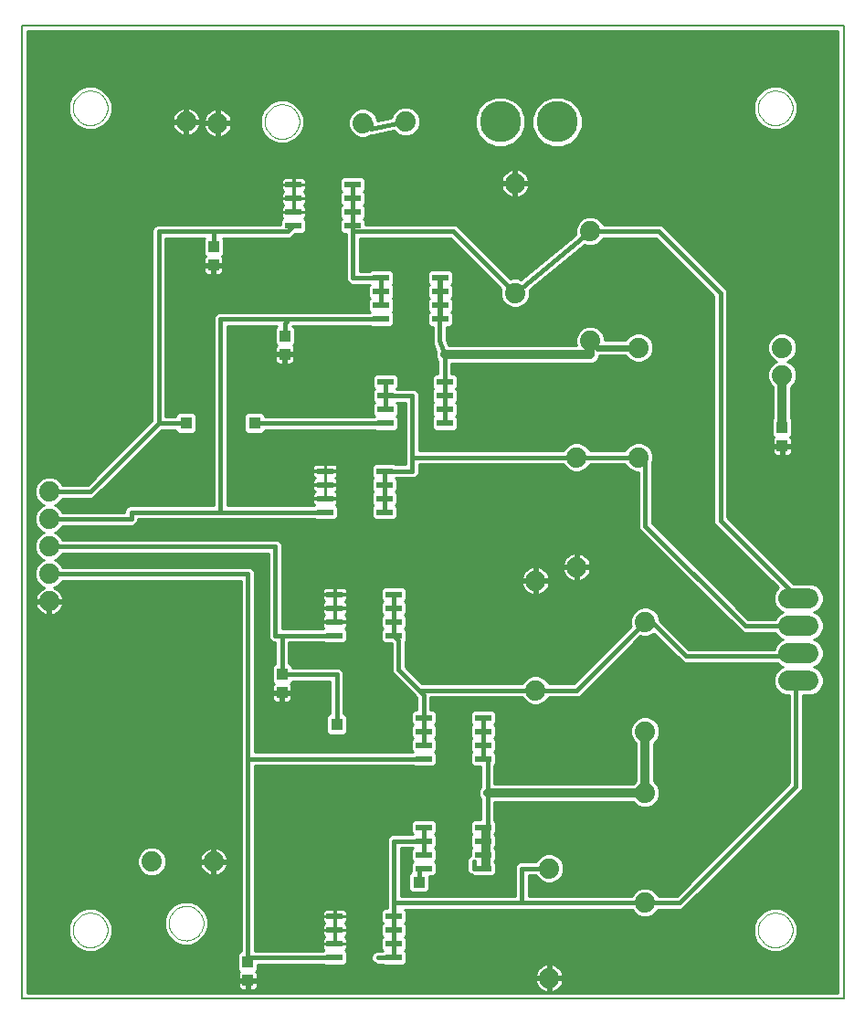
<source format=gtl>
G75*
%MOIN*%
%OFA0B0*%
%FSLAX24Y24*%
%IPPOS*%
%LPD*%
%AMOC8*
5,1,8,0,0,1.08239X$1,22.5*
%
%ADD10C,0.0080*%
%ADD11C,0.0000*%
%ADD12R,0.0600X0.0240*%
%ADD13C,0.0740*%
%ADD14R,0.0394X0.0433*%
%ADD15C,0.0740*%
%ADD16C,0.1500*%
%ADD17C,0.0100*%
%ADD18C,0.0160*%
%ADD19C,0.0320*%
%ADD20C,0.0240*%
%ADD21R,0.0436X0.0436*%
D10*
X003400Y002400D02*
X033400Y002400D01*
X033400Y037900D01*
X003400Y037900D01*
X003400Y002400D01*
D11*
X005270Y004900D02*
X005272Y004950D01*
X005278Y005000D01*
X005288Y005049D01*
X005302Y005097D01*
X005319Y005144D01*
X005340Y005189D01*
X005365Y005233D01*
X005393Y005274D01*
X005425Y005313D01*
X005459Y005350D01*
X005496Y005384D01*
X005536Y005414D01*
X005578Y005441D01*
X005622Y005465D01*
X005668Y005486D01*
X005715Y005502D01*
X005763Y005515D01*
X005813Y005524D01*
X005862Y005529D01*
X005913Y005530D01*
X005963Y005527D01*
X006012Y005520D01*
X006061Y005509D01*
X006109Y005494D01*
X006155Y005476D01*
X006200Y005454D01*
X006243Y005428D01*
X006284Y005399D01*
X006323Y005367D01*
X006359Y005332D01*
X006391Y005294D01*
X006421Y005254D01*
X006448Y005211D01*
X006471Y005167D01*
X006490Y005121D01*
X006506Y005073D01*
X006518Y005024D01*
X006526Y004975D01*
X006530Y004925D01*
X006530Y004875D01*
X006526Y004825D01*
X006518Y004776D01*
X006506Y004727D01*
X006490Y004679D01*
X006471Y004633D01*
X006448Y004589D01*
X006421Y004546D01*
X006391Y004506D01*
X006359Y004468D01*
X006323Y004433D01*
X006284Y004401D01*
X006243Y004372D01*
X006200Y004346D01*
X006155Y004324D01*
X006109Y004306D01*
X006061Y004291D01*
X006012Y004280D01*
X005963Y004273D01*
X005913Y004270D01*
X005862Y004271D01*
X005813Y004276D01*
X005763Y004285D01*
X005715Y004298D01*
X005668Y004314D01*
X005622Y004335D01*
X005578Y004359D01*
X005536Y004386D01*
X005496Y004416D01*
X005459Y004450D01*
X005425Y004487D01*
X005393Y004526D01*
X005365Y004567D01*
X005340Y004611D01*
X005319Y004656D01*
X005302Y004703D01*
X005288Y004751D01*
X005278Y004800D01*
X005272Y004850D01*
X005270Y004900D01*
X008770Y005150D02*
X008772Y005200D01*
X008778Y005250D01*
X008788Y005299D01*
X008802Y005347D01*
X008819Y005394D01*
X008840Y005439D01*
X008865Y005483D01*
X008893Y005524D01*
X008925Y005563D01*
X008959Y005600D01*
X008996Y005634D01*
X009036Y005664D01*
X009078Y005691D01*
X009122Y005715D01*
X009168Y005736D01*
X009215Y005752D01*
X009263Y005765D01*
X009313Y005774D01*
X009362Y005779D01*
X009413Y005780D01*
X009463Y005777D01*
X009512Y005770D01*
X009561Y005759D01*
X009609Y005744D01*
X009655Y005726D01*
X009700Y005704D01*
X009743Y005678D01*
X009784Y005649D01*
X009823Y005617D01*
X009859Y005582D01*
X009891Y005544D01*
X009921Y005504D01*
X009948Y005461D01*
X009971Y005417D01*
X009990Y005371D01*
X010006Y005323D01*
X010018Y005274D01*
X010026Y005225D01*
X010030Y005175D01*
X010030Y005125D01*
X010026Y005075D01*
X010018Y005026D01*
X010006Y004977D01*
X009990Y004929D01*
X009971Y004883D01*
X009948Y004839D01*
X009921Y004796D01*
X009891Y004756D01*
X009859Y004718D01*
X009823Y004683D01*
X009784Y004651D01*
X009743Y004622D01*
X009700Y004596D01*
X009655Y004574D01*
X009609Y004556D01*
X009561Y004541D01*
X009512Y004530D01*
X009463Y004523D01*
X009413Y004520D01*
X009362Y004521D01*
X009313Y004526D01*
X009263Y004535D01*
X009215Y004548D01*
X009168Y004564D01*
X009122Y004585D01*
X009078Y004609D01*
X009036Y004636D01*
X008996Y004666D01*
X008959Y004700D01*
X008925Y004737D01*
X008893Y004776D01*
X008865Y004817D01*
X008840Y004861D01*
X008819Y004906D01*
X008802Y004953D01*
X008788Y005001D01*
X008778Y005050D01*
X008772Y005100D01*
X008770Y005150D01*
X030270Y004900D02*
X030272Y004950D01*
X030278Y005000D01*
X030288Y005049D01*
X030302Y005097D01*
X030319Y005144D01*
X030340Y005189D01*
X030365Y005233D01*
X030393Y005274D01*
X030425Y005313D01*
X030459Y005350D01*
X030496Y005384D01*
X030536Y005414D01*
X030578Y005441D01*
X030622Y005465D01*
X030668Y005486D01*
X030715Y005502D01*
X030763Y005515D01*
X030813Y005524D01*
X030862Y005529D01*
X030913Y005530D01*
X030963Y005527D01*
X031012Y005520D01*
X031061Y005509D01*
X031109Y005494D01*
X031155Y005476D01*
X031200Y005454D01*
X031243Y005428D01*
X031284Y005399D01*
X031323Y005367D01*
X031359Y005332D01*
X031391Y005294D01*
X031421Y005254D01*
X031448Y005211D01*
X031471Y005167D01*
X031490Y005121D01*
X031506Y005073D01*
X031518Y005024D01*
X031526Y004975D01*
X031530Y004925D01*
X031530Y004875D01*
X031526Y004825D01*
X031518Y004776D01*
X031506Y004727D01*
X031490Y004679D01*
X031471Y004633D01*
X031448Y004589D01*
X031421Y004546D01*
X031391Y004506D01*
X031359Y004468D01*
X031323Y004433D01*
X031284Y004401D01*
X031243Y004372D01*
X031200Y004346D01*
X031155Y004324D01*
X031109Y004306D01*
X031061Y004291D01*
X031012Y004280D01*
X030963Y004273D01*
X030913Y004270D01*
X030862Y004271D01*
X030813Y004276D01*
X030763Y004285D01*
X030715Y004298D01*
X030668Y004314D01*
X030622Y004335D01*
X030578Y004359D01*
X030536Y004386D01*
X030496Y004416D01*
X030459Y004450D01*
X030425Y004487D01*
X030393Y004526D01*
X030365Y004567D01*
X030340Y004611D01*
X030319Y004656D01*
X030302Y004703D01*
X030288Y004751D01*
X030278Y004800D01*
X030272Y004850D01*
X030270Y004900D01*
X012270Y034400D02*
X012272Y034450D01*
X012278Y034500D01*
X012288Y034549D01*
X012302Y034597D01*
X012319Y034644D01*
X012340Y034689D01*
X012365Y034733D01*
X012393Y034774D01*
X012425Y034813D01*
X012459Y034850D01*
X012496Y034884D01*
X012536Y034914D01*
X012578Y034941D01*
X012622Y034965D01*
X012668Y034986D01*
X012715Y035002D01*
X012763Y035015D01*
X012813Y035024D01*
X012862Y035029D01*
X012913Y035030D01*
X012963Y035027D01*
X013012Y035020D01*
X013061Y035009D01*
X013109Y034994D01*
X013155Y034976D01*
X013200Y034954D01*
X013243Y034928D01*
X013284Y034899D01*
X013323Y034867D01*
X013359Y034832D01*
X013391Y034794D01*
X013421Y034754D01*
X013448Y034711D01*
X013471Y034667D01*
X013490Y034621D01*
X013506Y034573D01*
X013518Y034524D01*
X013526Y034475D01*
X013530Y034425D01*
X013530Y034375D01*
X013526Y034325D01*
X013518Y034276D01*
X013506Y034227D01*
X013490Y034179D01*
X013471Y034133D01*
X013448Y034089D01*
X013421Y034046D01*
X013391Y034006D01*
X013359Y033968D01*
X013323Y033933D01*
X013284Y033901D01*
X013243Y033872D01*
X013200Y033846D01*
X013155Y033824D01*
X013109Y033806D01*
X013061Y033791D01*
X013012Y033780D01*
X012963Y033773D01*
X012913Y033770D01*
X012862Y033771D01*
X012813Y033776D01*
X012763Y033785D01*
X012715Y033798D01*
X012668Y033814D01*
X012622Y033835D01*
X012578Y033859D01*
X012536Y033886D01*
X012496Y033916D01*
X012459Y033950D01*
X012425Y033987D01*
X012393Y034026D01*
X012365Y034067D01*
X012340Y034111D01*
X012319Y034156D01*
X012302Y034203D01*
X012288Y034251D01*
X012278Y034300D01*
X012272Y034350D01*
X012270Y034400D01*
X005270Y034900D02*
X005272Y034950D01*
X005278Y035000D01*
X005288Y035049D01*
X005302Y035097D01*
X005319Y035144D01*
X005340Y035189D01*
X005365Y035233D01*
X005393Y035274D01*
X005425Y035313D01*
X005459Y035350D01*
X005496Y035384D01*
X005536Y035414D01*
X005578Y035441D01*
X005622Y035465D01*
X005668Y035486D01*
X005715Y035502D01*
X005763Y035515D01*
X005813Y035524D01*
X005862Y035529D01*
X005913Y035530D01*
X005963Y035527D01*
X006012Y035520D01*
X006061Y035509D01*
X006109Y035494D01*
X006155Y035476D01*
X006200Y035454D01*
X006243Y035428D01*
X006284Y035399D01*
X006323Y035367D01*
X006359Y035332D01*
X006391Y035294D01*
X006421Y035254D01*
X006448Y035211D01*
X006471Y035167D01*
X006490Y035121D01*
X006506Y035073D01*
X006518Y035024D01*
X006526Y034975D01*
X006530Y034925D01*
X006530Y034875D01*
X006526Y034825D01*
X006518Y034776D01*
X006506Y034727D01*
X006490Y034679D01*
X006471Y034633D01*
X006448Y034589D01*
X006421Y034546D01*
X006391Y034506D01*
X006359Y034468D01*
X006323Y034433D01*
X006284Y034401D01*
X006243Y034372D01*
X006200Y034346D01*
X006155Y034324D01*
X006109Y034306D01*
X006061Y034291D01*
X006012Y034280D01*
X005963Y034273D01*
X005913Y034270D01*
X005862Y034271D01*
X005813Y034276D01*
X005763Y034285D01*
X005715Y034298D01*
X005668Y034314D01*
X005622Y034335D01*
X005578Y034359D01*
X005536Y034386D01*
X005496Y034416D01*
X005459Y034450D01*
X005425Y034487D01*
X005393Y034526D01*
X005365Y034567D01*
X005340Y034611D01*
X005319Y034656D01*
X005302Y034703D01*
X005288Y034751D01*
X005278Y034800D01*
X005272Y034850D01*
X005270Y034900D01*
X030270Y034900D02*
X030272Y034950D01*
X030278Y035000D01*
X030288Y035049D01*
X030302Y035097D01*
X030319Y035144D01*
X030340Y035189D01*
X030365Y035233D01*
X030393Y035274D01*
X030425Y035313D01*
X030459Y035350D01*
X030496Y035384D01*
X030536Y035414D01*
X030578Y035441D01*
X030622Y035465D01*
X030668Y035486D01*
X030715Y035502D01*
X030763Y035515D01*
X030813Y035524D01*
X030862Y035529D01*
X030913Y035530D01*
X030963Y035527D01*
X031012Y035520D01*
X031061Y035509D01*
X031109Y035494D01*
X031155Y035476D01*
X031200Y035454D01*
X031243Y035428D01*
X031284Y035399D01*
X031323Y035367D01*
X031359Y035332D01*
X031391Y035294D01*
X031421Y035254D01*
X031448Y035211D01*
X031471Y035167D01*
X031490Y035121D01*
X031506Y035073D01*
X031518Y035024D01*
X031526Y034975D01*
X031530Y034925D01*
X031530Y034875D01*
X031526Y034825D01*
X031518Y034776D01*
X031506Y034727D01*
X031490Y034679D01*
X031471Y034633D01*
X031448Y034589D01*
X031421Y034546D01*
X031391Y034506D01*
X031359Y034468D01*
X031323Y034433D01*
X031284Y034401D01*
X031243Y034372D01*
X031200Y034346D01*
X031155Y034324D01*
X031109Y034306D01*
X031061Y034291D01*
X031012Y034280D01*
X030963Y034273D01*
X030913Y034270D01*
X030862Y034271D01*
X030813Y034276D01*
X030763Y034285D01*
X030715Y034298D01*
X030668Y034314D01*
X030622Y034335D01*
X030578Y034359D01*
X030536Y034386D01*
X030496Y034416D01*
X030459Y034450D01*
X030425Y034487D01*
X030393Y034526D01*
X030365Y034567D01*
X030340Y034611D01*
X030319Y034656D01*
X030302Y034703D01*
X030288Y034751D01*
X030278Y034800D01*
X030272Y034850D01*
X030270Y034900D01*
D12*
X018830Y024900D03*
X018830Y024400D03*
X018830Y023900D03*
X018830Y023400D03*
X016670Y023400D03*
X016670Y023900D03*
X016670Y024400D03*
X016670Y024900D03*
X016520Y027200D03*
X016520Y027700D03*
X016520Y028200D03*
X016520Y028700D03*
X015480Y030600D03*
X015480Y031100D03*
X015480Y031600D03*
X015480Y032100D03*
X013320Y032100D03*
X013320Y031600D03*
X013320Y031100D03*
X013320Y030600D03*
X018680Y028700D03*
X018680Y028200D03*
X018680Y027700D03*
X018680Y027200D03*
X016630Y021650D03*
X016630Y021150D03*
X016630Y020650D03*
X016630Y020150D03*
X014470Y020150D03*
X014470Y020650D03*
X014470Y021150D03*
X014470Y021650D03*
X014820Y017150D03*
X014820Y016650D03*
X014820Y016150D03*
X014820Y015650D03*
X016980Y015650D03*
X016980Y016150D03*
X016980Y016650D03*
X016980Y017150D03*
X018070Y012650D03*
X018070Y012150D03*
X018070Y011650D03*
X018070Y011150D03*
X018070Y008650D03*
X018070Y008150D03*
X018070Y007650D03*
X018070Y007150D03*
X016980Y005400D03*
X016980Y004900D03*
X016980Y004400D03*
X016980Y003900D03*
X014820Y003900D03*
X014820Y004400D03*
X014820Y004900D03*
X014820Y005400D03*
X020230Y007150D03*
X020230Y007650D03*
X020230Y008150D03*
X020230Y008650D03*
X020230Y011150D03*
X020230Y011650D03*
X020230Y012150D03*
X020230Y012650D03*
D13*
X031380Y014000D02*
X032120Y014000D01*
X032120Y015000D02*
X031380Y015000D01*
X031380Y016000D02*
X032120Y016000D01*
X032120Y017000D02*
X031380Y017000D01*
D14*
X031150Y022565D03*
X031150Y023235D03*
X013000Y025915D03*
X013000Y026585D03*
X010400Y029165D03*
X010400Y029835D03*
X012900Y014235D03*
X012900Y013565D03*
X011650Y003735D03*
X011650Y003065D03*
D15*
X010400Y007400D03*
X008150Y007400D03*
X004400Y016900D03*
X004400Y017900D03*
X004400Y018900D03*
X004400Y019900D03*
X004400Y020900D03*
X009400Y034400D03*
X010550Y034350D03*
X015850Y034350D03*
X017400Y034400D03*
X021400Y032150D03*
X024150Y030400D03*
X021400Y028150D03*
X024150Y026400D03*
X025900Y026150D03*
X025900Y022150D03*
X023650Y022150D03*
X023650Y018150D03*
X022150Y017650D03*
X022150Y013650D03*
X026150Y012150D03*
X026150Y009900D03*
X026150Y005900D03*
X022650Y007150D03*
X022650Y003150D03*
X026150Y016150D03*
X031150Y025150D03*
X031150Y026150D03*
D16*
X022940Y034400D03*
X020860Y034400D03*
D17*
X021780Y034413D02*
X022020Y034413D01*
X022020Y034511D02*
X021780Y034511D01*
X021780Y034583D02*
X021640Y034921D01*
X021381Y035180D01*
X021043Y035320D01*
X020677Y035320D01*
X020339Y035180D01*
X020080Y034921D01*
X019940Y034583D01*
X019940Y034217D01*
X020080Y033879D01*
X020339Y033620D01*
X020677Y033480D01*
X021043Y033480D01*
X021381Y033620D01*
X021640Y033879D01*
X021780Y034217D01*
X021780Y034583D01*
X021769Y034610D02*
X022031Y034610D01*
X022020Y034583D02*
X022020Y034217D01*
X022160Y033879D01*
X022419Y033620D01*
X022757Y033480D01*
X023123Y033480D01*
X023461Y033620D01*
X023720Y033879D01*
X023860Y034217D01*
X023860Y034583D01*
X023720Y034921D01*
X023461Y035180D01*
X023123Y035320D01*
X022757Y035320D01*
X022419Y035180D01*
X022160Y034921D01*
X022020Y034583D01*
X022072Y034708D02*
X021728Y034708D01*
X021687Y034807D02*
X022113Y034807D01*
X022153Y034905D02*
X021647Y034905D01*
X021557Y035004D02*
X022243Y035004D01*
X022341Y035102D02*
X021459Y035102D01*
X021331Y035201D02*
X022469Y035201D01*
X022707Y035299D02*
X021093Y035299D01*
X020627Y035299D02*
X006601Y035299D01*
X006578Y035353D02*
X006353Y035578D01*
X006059Y035700D01*
X005741Y035700D01*
X005447Y035578D01*
X005222Y035353D01*
X005100Y035059D01*
X005100Y034741D01*
X005222Y034447D01*
X005447Y034222D01*
X005741Y034100D01*
X006059Y034100D01*
X006353Y034222D01*
X006578Y034447D01*
X006700Y034741D01*
X006700Y035059D01*
X006578Y035353D01*
X006534Y035398D02*
X030266Y035398D01*
X030222Y035353D02*
X030100Y035059D01*
X030100Y034741D01*
X030222Y034447D01*
X030447Y034222D01*
X030741Y034100D01*
X031059Y034100D01*
X031353Y034222D01*
X031578Y034447D01*
X031700Y034741D01*
X031700Y035059D01*
X031578Y035353D01*
X031353Y035578D01*
X031059Y035700D01*
X030741Y035700D01*
X030447Y035578D01*
X030222Y035353D01*
X030199Y035299D02*
X023173Y035299D01*
X023411Y035201D02*
X030159Y035201D01*
X030118Y035102D02*
X023539Y035102D01*
X023637Y035004D02*
X030100Y035004D01*
X030100Y034905D02*
X023727Y034905D01*
X023767Y034807D02*
X030100Y034807D01*
X030114Y034708D02*
X023808Y034708D01*
X023849Y034610D02*
X030154Y034610D01*
X030195Y034511D02*
X023860Y034511D01*
X023860Y034413D02*
X030256Y034413D01*
X030355Y034314D02*
X023860Y034314D01*
X023859Y034216D02*
X030462Y034216D01*
X030700Y034117D02*
X023819Y034117D01*
X023778Y034019D02*
X033190Y034019D01*
X033190Y034117D02*
X031100Y034117D01*
X031338Y034216D02*
X033190Y034216D01*
X033190Y034314D02*
X031445Y034314D01*
X031544Y034413D02*
X033190Y034413D01*
X033190Y034511D02*
X031605Y034511D01*
X031646Y034610D02*
X033190Y034610D01*
X033190Y034708D02*
X031686Y034708D01*
X031700Y034807D02*
X033190Y034807D01*
X033190Y034905D02*
X031700Y034905D01*
X031700Y035004D02*
X033190Y035004D01*
X033190Y035102D02*
X031682Y035102D01*
X031641Y035201D02*
X033190Y035201D01*
X033190Y035299D02*
X031601Y035299D01*
X031534Y035398D02*
X033190Y035398D01*
X033190Y035496D02*
X031435Y035496D01*
X031313Y035595D02*
X033190Y035595D01*
X033190Y035693D02*
X031076Y035693D01*
X030724Y035693D02*
X006076Y035693D01*
X006313Y035595D02*
X030487Y035595D01*
X030365Y035496D02*
X006435Y035496D01*
X006641Y035201D02*
X020389Y035201D01*
X020261Y035102D02*
X013295Y035102D01*
X013353Y035078D02*
X013059Y035200D01*
X012741Y035200D01*
X012447Y035078D01*
X012222Y034853D01*
X012100Y034559D01*
X012100Y034241D01*
X012222Y033947D01*
X012447Y033722D01*
X012741Y033600D01*
X013059Y033600D01*
X013353Y033722D01*
X013578Y033947D01*
X013700Y034241D01*
X013700Y034559D01*
X013578Y034853D01*
X013353Y035078D01*
X013428Y035004D02*
X020163Y035004D01*
X020073Y034905D02*
X017592Y034905D01*
X017507Y034940D02*
X017293Y034940D01*
X017094Y034858D01*
X016942Y034706D01*
X016878Y034551D01*
X016390Y034453D01*
X016390Y034457D01*
X016308Y034656D01*
X016156Y034808D01*
X015957Y034890D01*
X015743Y034890D01*
X015544Y034808D01*
X015392Y034656D01*
X015310Y034457D01*
X015310Y034243D01*
X015392Y034044D01*
X015544Y033892D01*
X015743Y033810D01*
X015957Y033810D01*
X016156Y033892D01*
X016161Y033897D01*
X016175Y033900D01*
X016200Y033900D01*
X016223Y033910D01*
X016976Y034060D01*
X017094Y033942D01*
X017293Y033860D01*
X017507Y033860D01*
X017706Y033942D01*
X017858Y034094D01*
X017940Y034293D01*
X017940Y034507D01*
X017858Y034706D01*
X017706Y034858D01*
X017507Y034940D01*
X017757Y034807D02*
X020033Y034807D01*
X019992Y034708D02*
X017856Y034708D01*
X017898Y034610D02*
X019951Y034610D01*
X019940Y034511D02*
X017938Y034511D01*
X017940Y034413D02*
X019940Y034413D01*
X019940Y034314D02*
X017940Y034314D01*
X017908Y034216D02*
X019941Y034216D01*
X019981Y034117D02*
X017867Y034117D01*
X017782Y034019D02*
X020022Y034019D01*
X020063Y033920D02*
X017652Y033920D01*
X017148Y033920D02*
X016275Y033920D01*
X015985Y033822D02*
X020137Y033822D01*
X020236Y033723D02*
X013354Y033723D01*
X013453Y033822D02*
X015715Y033822D01*
X015516Y033920D02*
X013551Y033920D01*
X013608Y034019D02*
X015418Y034019D01*
X015362Y034117D02*
X013649Y034117D01*
X013689Y034216D02*
X015321Y034216D01*
X015310Y034314D02*
X013700Y034314D01*
X013700Y034413D02*
X015310Y034413D01*
X015332Y034511D02*
X013700Y034511D01*
X013679Y034610D02*
X015373Y034610D01*
X015444Y034708D02*
X013638Y034708D01*
X013597Y034807D02*
X015543Y034807D01*
X016157Y034807D02*
X017043Y034807D01*
X016944Y034708D02*
X016256Y034708D01*
X016327Y034610D02*
X016902Y034610D01*
X016681Y034511D02*
X016368Y034511D01*
X016768Y034019D02*
X017018Y034019D01*
X017208Y034905D02*
X013526Y034905D01*
X012505Y035102D02*
X006682Y035102D01*
X006700Y035004D02*
X012372Y035004D01*
X012274Y034905D02*
X009528Y034905D01*
X009522Y034907D02*
X009450Y034919D01*
X009450Y034450D01*
X009350Y034450D01*
X009350Y034919D01*
X009278Y034907D01*
X009200Y034882D01*
X009127Y034845D01*
X009061Y034797D01*
X009003Y034739D01*
X008955Y034673D01*
X008918Y034600D01*
X008893Y034522D01*
X008881Y034450D01*
X009350Y034450D01*
X009350Y034350D01*
X008881Y034350D01*
X008893Y034278D01*
X008918Y034200D01*
X008955Y034127D01*
X009003Y034061D01*
X009061Y034003D01*
X009127Y033955D01*
X009200Y033918D01*
X009278Y033893D01*
X009350Y033881D01*
X009350Y034350D01*
X009450Y034350D01*
X009450Y034450D01*
X009919Y034450D01*
X009907Y034522D01*
X009882Y034600D01*
X009845Y034673D01*
X009797Y034739D01*
X009739Y034797D01*
X009673Y034845D01*
X009600Y034882D01*
X009522Y034907D01*
X009450Y034905D02*
X009350Y034905D01*
X009272Y034905D02*
X006700Y034905D01*
X006700Y034807D02*
X009075Y034807D01*
X008981Y034708D02*
X006686Y034708D01*
X006646Y034610D02*
X008923Y034610D01*
X008891Y034511D02*
X006605Y034511D01*
X006544Y034413D02*
X009350Y034413D01*
X009350Y034511D02*
X009450Y034511D01*
X009450Y034413D02*
X010033Y034413D01*
X010031Y034400D02*
X010500Y034400D01*
X010500Y034869D01*
X010428Y034857D01*
X010350Y034832D01*
X010277Y034795D01*
X010211Y034747D01*
X010153Y034689D01*
X010105Y034623D01*
X010068Y034550D01*
X010043Y034472D01*
X010031Y034400D01*
X010031Y034300D02*
X010043Y034228D01*
X010068Y034150D01*
X010105Y034077D01*
X010153Y034011D01*
X010211Y033953D01*
X010277Y033905D01*
X010350Y033868D01*
X010428Y033843D01*
X010500Y033831D01*
X010500Y034300D01*
X010031Y034300D01*
X010047Y034216D02*
X009887Y034216D01*
X009882Y034200D02*
X009907Y034278D01*
X009919Y034350D01*
X009450Y034350D01*
X009450Y033881D01*
X009522Y033893D01*
X009600Y033918D01*
X009673Y033955D01*
X009739Y034003D01*
X009797Y034061D01*
X009845Y034127D01*
X009882Y034200D01*
X009837Y034117D02*
X010085Y034117D01*
X010148Y034019D02*
X009754Y034019D01*
X009603Y033920D02*
X010257Y033920D01*
X010500Y033920D02*
X010600Y033920D01*
X010600Y033831D02*
X010672Y033843D01*
X010750Y033868D01*
X010823Y033905D01*
X010889Y033953D01*
X010947Y034011D01*
X010995Y034077D01*
X011032Y034150D01*
X011057Y034228D01*
X011069Y034300D01*
X010600Y034300D01*
X010600Y034400D01*
X010500Y034400D01*
X010500Y034300D01*
X010600Y034300D01*
X010600Y033831D01*
X010600Y034019D02*
X010500Y034019D01*
X010500Y034117D02*
X010600Y034117D01*
X010600Y034216D02*
X010500Y034216D01*
X010500Y034314D02*
X009913Y034314D01*
X009909Y034511D02*
X010056Y034511D01*
X010099Y034610D02*
X009877Y034610D01*
X009819Y034708D02*
X010173Y034708D01*
X010301Y034807D02*
X009725Y034807D01*
X009450Y034807D02*
X009350Y034807D01*
X009350Y034708D02*
X009450Y034708D01*
X009450Y034610D02*
X009350Y034610D01*
X009350Y034314D02*
X009450Y034314D01*
X009450Y034216D02*
X009350Y034216D01*
X009350Y034117D02*
X009450Y034117D01*
X009450Y034019D02*
X009350Y034019D01*
X009350Y033920D02*
X009450Y033920D01*
X009196Y033920D02*
X003610Y033920D01*
X003610Y033822D02*
X012347Y033822D01*
X012249Y033920D02*
X010843Y033920D01*
X010952Y034019D02*
X012192Y034019D01*
X012151Y034117D02*
X011015Y034117D01*
X011053Y034216D02*
X012111Y034216D01*
X012100Y034314D02*
X010600Y034314D01*
X010600Y034400D02*
X011069Y034400D01*
X011057Y034472D01*
X011032Y034550D01*
X010995Y034623D01*
X010947Y034689D01*
X010889Y034747D01*
X010823Y034795D01*
X010750Y034832D01*
X010672Y034857D01*
X010600Y034869D01*
X010600Y034400D01*
X010600Y034413D02*
X010500Y034413D01*
X010500Y034511D02*
X010600Y034511D01*
X010600Y034610D02*
X010500Y034610D01*
X010500Y034708D02*
X010600Y034708D01*
X010600Y034807D02*
X010500Y034807D01*
X010799Y034807D02*
X012203Y034807D01*
X012162Y034708D02*
X010927Y034708D01*
X011001Y034610D02*
X012121Y034610D01*
X012100Y034511D02*
X011044Y034511D01*
X011067Y034413D02*
X012100Y034413D01*
X012446Y033723D02*
X003610Y033723D01*
X003610Y033625D02*
X012682Y033625D01*
X013118Y033625D02*
X020334Y033625D01*
X020566Y033526D02*
X003610Y033526D01*
X003610Y033428D02*
X033190Y033428D01*
X033190Y033526D02*
X023234Y033526D01*
X023466Y033625D02*
X033190Y033625D01*
X033190Y033723D02*
X023564Y033723D01*
X023663Y033822D02*
X033190Y033822D01*
X033190Y033920D02*
X023737Y033920D01*
X022646Y033526D02*
X021154Y033526D01*
X021386Y033625D02*
X022414Y033625D01*
X022316Y033723D02*
X021484Y033723D01*
X021583Y033822D02*
X022217Y033822D01*
X022143Y033920D02*
X021657Y033920D01*
X021698Y034019D02*
X022102Y034019D01*
X022061Y034117D02*
X021739Y034117D01*
X021779Y034216D02*
X022021Y034216D01*
X022020Y034314D02*
X021780Y034314D01*
X021522Y032657D02*
X021450Y032669D01*
X021450Y032200D01*
X021350Y032200D01*
X021350Y032669D01*
X021278Y032657D01*
X021200Y032632D01*
X021127Y032595D01*
X021061Y032547D01*
X021003Y032489D01*
X020955Y032423D01*
X020918Y032350D01*
X020893Y032272D01*
X020881Y032200D01*
X021350Y032200D01*
X021350Y032100D01*
X020881Y032100D01*
X020893Y032028D01*
X020918Y031950D01*
X015950Y031950D01*
X015950Y031910D02*
X015950Y032290D01*
X015850Y032390D01*
X015110Y032390D01*
X015010Y032290D01*
X015010Y031910D01*
X015070Y031850D01*
X015010Y031790D01*
X015010Y031410D01*
X015070Y031350D01*
X015010Y031290D01*
X015010Y030910D01*
X015070Y030850D01*
X015010Y030790D01*
X015010Y030410D01*
X015110Y030310D01*
X015230Y030310D01*
X015230Y028650D01*
X015268Y028558D01*
X015338Y028488D01*
X015430Y028450D01*
X016110Y028450D01*
X016050Y028390D01*
X016050Y028010D01*
X008650Y028010D01*
X008650Y027912D02*
X016071Y027912D01*
X016050Y027890D02*
X016050Y027510D01*
X016110Y027450D01*
X016110Y027450D01*
X010600Y027450D01*
X010508Y027412D01*
X010438Y027342D01*
X010400Y027250D01*
X010400Y020400D01*
X007350Y020400D01*
X007258Y020362D01*
X007188Y020292D01*
X007150Y020200D01*
X007150Y020150D01*
X004881Y020150D01*
X004858Y020206D01*
X004706Y020358D01*
X004604Y020400D01*
X004706Y020442D01*
X004858Y020594D01*
X004881Y020650D01*
X005950Y020650D01*
X006042Y020688D01*
X008504Y023150D01*
X009012Y023150D01*
X009012Y023111D01*
X009111Y023012D01*
X009689Y023012D01*
X009788Y023111D01*
X009788Y023689D01*
X009689Y023788D01*
X009111Y023788D01*
X009012Y023689D01*
X009012Y023650D01*
X008650Y023650D01*
X008650Y030150D01*
X010062Y030150D01*
X010033Y030122D01*
X010033Y029548D01*
X010095Y029486D01*
X010083Y029474D01*
X010063Y029440D01*
X010053Y029402D01*
X010053Y029214D01*
X010352Y029214D01*
X010352Y029117D01*
X010448Y029117D01*
X010448Y028799D01*
X010617Y028799D01*
X010655Y028809D01*
X010689Y028829D01*
X010717Y028857D01*
X010737Y028891D01*
X010747Y028929D01*
X010747Y029117D01*
X010448Y029117D01*
X010448Y029214D01*
X010747Y029214D01*
X010747Y029402D01*
X010737Y029440D01*
X010717Y029474D01*
X010705Y029486D01*
X010767Y029548D01*
X010767Y030122D01*
X010738Y030150D01*
X013170Y030150D01*
X013262Y030188D01*
X013384Y030310D01*
X013690Y030310D01*
X013790Y030410D01*
X013790Y030790D01*
X013716Y030864D01*
X013740Y030888D01*
X013760Y030922D01*
X013770Y030960D01*
X013770Y031090D01*
X013330Y031090D01*
X013330Y031110D01*
X013770Y031110D01*
X013770Y031240D01*
X013760Y031278D01*
X013740Y031312D01*
X013712Y031340D01*
X013695Y031350D01*
X013712Y031360D01*
X013740Y031388D01*
X013760Y031422D01*
X013770Y031460D01*
X013770Y031590D01*
X013330Y031590D01*
X013330Y031610D01*
X013770Y031610D01*
X013770Y031740D01*
X013760Y031778D01*
X013740Y031812D01*
X013712Y031840D01*
X013695Y031850D01*
X013712Y031860D01*
X013740Y031888D01*
X013760Y031922D01*
X013770Y031960D01*
X013770Y032090D01*
X013330Y032090D01*
X013330Y032110D01*
X013310Y032110D01*
X013310Y032370D01*
X013000Y032370D01*
X012962Y032360D01*
X012928Y032340D01*
X012900Y032312D01*
X012880Y032278D01*
X012870Y032240D01*
X012870Y032110D01*
X013310Y032110D01*
X013310Y032090D01*
X012870Y032090D01*
X012870Y031960D01*
X012880Y031922D01*
X012900Y031888D01*
X012928Y031860D01*
X012945Y031850D01*
X012928Y031840D01*
X012900Y031812D01*
X012880Y031778D01*
X012870Y031740D01*
X012870Y031610D01*
X013310Y031610D01*
X013310Y031870D01*
X013310Y032090D01*
X013330Y032090D01*
X013330Y031610D01*
X013310Y031610D01*
X013310Y031590D01*
X012870Y031590D01*
X012870Y031460D01*
X012880Y031422D01*
X012900Y031388D01*
X012928Y031360D01*
X012945Y031350D01*
X012928Y031340D01*
X012900Y031312D01*
X012880Y031278D01*
X012870Y031240D01*
X012870Y031110D01*
X013310Y031110D01*
X013310Y031370D01*
X013310Y031590D01*
X013330Y031590D01*
X013330Y031110D01*
X013310Y031110D01*
X013310Y031090D01*
X012870Y031090D01*
X012870Y030960D01*
X012880Y030922D01*
X012900Y030888D01*
X012924Y030864D01*
X012850Y030790D01*
X012850Y030650D01*
X008350Y030650D01*
X008258Y030612D01*
X008188Y030542D01*
X008150Y030450D01*
X008150Y023504D01*
X005796Y021150D01*
X004881Y021150D01*
X004858Y021206D01*
X004706Y021358D01*
X004507Y021440D01*
X004293Y021440D01*
X004094Y021358D01*
X003942Y021206D01*
X003860Y021007D01*
X003860Y020793D01*
X003942Y020594D01*
X004094Y020442D01*
X004196Y020400D01*
X004094Y020358D01*
X003942Y020206D01*
X003860Y020007D01*
X003860Y019793D01*
X003942Y019594D01*
X004094Y019442D01*
X004196Y019400D01*
X004094Y019358D01*
X003942Y019206D01*
X003860Y019007D01*
X003860Y018793D01*
X003942Y018594D01*
X004094Y018442D01*
X004196Y018400D01*
X004094Y018358D01*
X003942Y018206D01*
X003860Y018007D01*
X003860Y017793D01*
X003942Y017594D01*
X004094Y017442D01*
X004222Y017389D01*
X004200Y017382D01*
X004127Y017345D01*
X004061Y017297D01*
X004003Y017239D01*
X003955Y017173D01*
X003918Y017100D01*
X003893Y017022D01*
X003881Y016950D01*
X004350Y016950D01*
X004350Y016850D01*
X004450Y016850D01*
X004450Y016950D01*
X004919Y016950D01*
X004907Y017022D01*
X004882Y017100D01*
X004845Y017173D01*
X004797Y017239D01*
X004739Y017297D01*
X004673Y017345D01*
X004600Y017382D01*
X004578Y017389D01*
X004706Y017442D01*
X004858Y017594D01*
X004881Y017650D01*
X011400Y017650D01*
X011400Y011100D01*
X011400Y010950D01*
X011400Y004121D01*
X011383Y004121D01*
X011283Y004022D01*
X011283Y003448D01*
X011345Y003386D01*
X011333Y003374D01*
X011313Y003340D01*
X011303Y003302D01*
X011303Y003114D01*
X011602Y003114D01*
X011602Y003017D01*
X011698Y003017D01*
X011698Y002699D01*
X011867Y002699D01*
X011905Y002709D01*
X011939Y002729D01*
X011967Y002757D01*
X011987Y002791D01*
X011997Y002829D01*
X011997Y003017D01*
X011698Y003017D01*
X011698Y003114D01*
X011997Y003114D01*
X011997Y003302D01*
X011987Y003340D01*
X011967Y003374D01*
X011955Y003386D01*
X012017Y003448D01*
X012017Y003650D01*
X014410Y003650D01*
X014450Y003610D01*
X015190Y003610D01*
X015290Y003710D01*
X015290Y004090D01*
X015216Y004164D01*
X015240Y004188D01*
X015260Y004222D01*
X015270Y004260D01*
X015270Y004390D01*
X014830Y004390D01*
X014830Y004410D01*
X015270Y004410D01*
X015270Y004540D01*
X015260Y004578D01*
X015240Y004612D01*
X015212Y004640D01*
X015195Y004650D01*
X015212Y004660D01*
X015240Y004688D01*
X015260Y004722D01*
X015270Y004760D01*
X015270Y004890D01*
X014830Y004890D01*
X014830Y004910D01*
X015270Y004910D01*
X015270Y005040D01*
X015260Y005078D01*
X015240Y005112D01*
X015212Y005140D01*
X015195Y005150D01*
X015212Y005160D01*
X015240Y005188D01*
X015260Y005222D01*
X015270Y005260D01*
X015270Y005390D01*
X014830Y005390D01*
X014830Y005410D01*
X014810Y005410D01*
X014810Y005670D01*
X014500Y005670D01*
X014462Y005660D01*
X014428Y005640D01*
X014400Y005612D01*
X014380Y005578D01*
X014370Y005540D01*
X014370Y005410D01*
X014810Y005410D01*
X014810Y005390D01*
X014370Y005390D01*
X014370Y005260D01*
X014380Y005222D01*
X014400Y005188D01*
X014428Y005160D01*
X014445Y005150D01*
X014428Y005140D01*
X014400Y005112D01*
X014380Y005078D01*
X014370Y005040D01*
X014370Y004910D01*
X014810Y004910D01*
X014810Y005170D01*
X014810Y005390D01*
X014830Y005390D01*
X014830Y004910D01*
X014810Y004910D01*
X014810Y004890D01*
X014370Y004890D01*
X014370Y004760D01*
X014380Y004722D01*
X014400Y004688D01*
X014428Y004660D01*
X014445Y004650D01*
X014428Y004640D01*
X014400Y004612D01*
X014380Y004578D01*
X014370Y004540D01*
X014370Y004410D01*
X014810Y004410D01*
X014810Y004670D01*
X014810Y004890D01*
X014830Y004890D01*
X014830Y004410D01*
X014810Y004410D01*
X014810Y004390D01*
X014370Y004390D01*
X014370Y004260D01*
X014380Y004222D01*
X014400Y004188D01*
X014424Y004164D01*
X014410Y004150D01*
X011900Y004150D01*
X011900Y010900D01*
X017660Y010900D01*
X017700Y010860D01*
X018440Y010860D01*
X018540Y010960D01*
X018540Y011340D01*
X018480Y011400D01*
X018540Y011460D01*
X018540Y011840D01*
X018480Y011900D01*
X018540Y011960D01*
X018540Y012340D01*
X018480Y012400D01*
X018540Y012460D01*
X018540Y012840D01*
X018440Y012940D01*
X018320Y012940D01*
X018320Y013400D01*
X021669Y013400D01*
X021692Y013344D01*
X021844Y013192D01*
X022043Y013110D01*
X022257Y013110D01*
X022456Y013192D01*
X022608Y013344D01*
X022631Y013400D01*
X023700Y013400D01*
X023792Y013438D01*
X025987Y015633D01*
X026043Y015610D01*
X026257Y015610D01*
X026456Y015692D01*
X026480Y015716D01*
X027438Y014758D01*
X027508Y014688D01*
X027600Y014650D01*
X030966Y014650D01*
X031074Y014542D01*
X031176Y014500D01*
X031074Y014458D01*
X030922Y014306D01*
X030840Y014107D01*
X030840Y013893D01*
X030922Y013694D01*
X031074Y013542D01*
X031273Y013460D01*
X031400Y013460D01*
X031400Y010254D01*
X027296Y006150D01*
X026631Y006150D01*
X026608Y006206D01*
X026456Y006358D01*
X026257Y006440D01*
X026043Y006440D01*
X025844Y006358D01*
X025692Y006206D01*
X025669Y006150D01*
X021900Y006150D01*
X021900Y006900D01*
X022169Y006900D01*
X022192Y006844D01*
X022344Y006692D01*
X022543Y006610D01*
X022757Y006610D01*
X022956Y006692D01*
X023108Y006844D01*
X023190Y007043D01*
X023190Y007257D01*
X023108Y007456D01*
X022956Y007608D01*
X022757Y007690D01*
X022543Y007690D01*
X022344Y007608D01*
X022192Y007456D01*
X022169Y007400D01*
X021600Y007400D01*
X021508Y007362D01*
X021438Y007292D01*
X021400Y007200D01*
X021400Y006150D01*
X017230Y006150D01*
X017230Y007900D01*
X017660Y007900D01*
X017600Y007840D01*
X017600Y007460D01*
X017660Y007400D01*
X017600Y007340D01*
X017600Y007027D01*
X017512Y006939D01*
X017512Y006361D01*
X017611Y006262D01*
X018189Y006262D01*
X018288Y006361D01*
X018288Y006860D01*
X018440Y006860D01*
X018540Y006960D01*
X018540Y007340D01*
X018480Y007400D01*
X018540Y007460D01*
X018540Y007840D01*
X018480Y007900D01*
X018540Y007960D01*
X018540Y008340D01*
X018480Y008400D01*
X018540Y008460D01*
X018540Y008840D01*
X018440Y008940D01*
X017700Y008940D01*
X017600Y008840D01*
X017600Y008460D01*
X017660Y008400D01*
X016930Y008400D01*
X016838Y008362D01*
X016768Y008292D01*
X016730Y008200D01*
X016730Y005690D01*
X016610Y005690D01*
X016510Y005590D01*
X016510Y005210D01*
X016570Y005150D01*
X016510Y005090D01*
X016510Y004710D01*
X016570Y004650D01*
X016510Y004590D01*
X016510Y004210D01*
X016570Y004150D01*
X016570Y004150D01*
X016350Y004150D01*
X016258Y004112D01*
X016188Y004042D01*
X016150Y003950D01*
X016150Y003850D01*
X016188Y003758D01*
X016258Y003688D01*
X016350Y003650D01*
X016570Y003650D01*
X016610Y003610D01*
X017350Y003610D01*
X017450Y003710D01*
X017450Y004090D01*
X017390Y004150D01*
X017450Y004210D01*
X017450Y004590D01*
X017390Y004650D01*
X017450Y004710D01*
X017450Y005090D01*
X017390Y005150D01*
X017450Y005210D01*
X017450Y005590D01*
X017390Y005650D01*
X025669Y005650D01*
X025692Y005594D01*
X025844Y005442D01*
X026043Y005360D01*
X026257Y005360D01*
X026456Y005442D01*
X026608Y005594D01*
X026631Y005650D01*
X027450Y005650D01*
X027542Y005688D01*
X031792Y009938D01*
X031862Y010008D01*
X031900Y010100D01*
X031900Y013460D01*
X032227Y013460D01*
X032426Y013542D01*
X032578Y013694D01*
X032660Y013893D01*
X032660Y014107D01*
X032578Y014306D01*
X032426Y014458D01*
X032324Y014500D01*
X032426Y014542D01*
X032578Y014694D01*
X032660Y014893D01*
X032660Y015107D01*
X032578Y015306D01*
X032426Y015458D01*
X032324Y015500D01*
X032426Y015542D01*
X032578Y015694D01*
X032660Y015893D01*
X032660Y016107D01*
X032578Y016306D01*
X032426Y016458D01*
X032324Y016500D01*
X032426Y016542D01*
X032578Y016694D01*
X032660Y016893D01*
X032660Y017107D01*
X032578Y017306D01*
X032426Y017458D01*
X032227Y017540D01*
X031564Y017540D01*
X029150Y019954D01*
X029150Y028200D01*
X029112Y028292D01*
X029042Y028362D01*
X026792Y030612D01*
X026700Y030650D01*
X024631Y030650D01*
X024608Y030706D01*
X024456Y030858D01*
X024257Y030940D01*
X024043Y030940D01*
X023844Y030858D01*
X023692Y030706D01*
X023610Y030507D01*
X023610Y030293D01*
X023614Y030284D01*
X021612Y028647D01*
X021507Y028690D01*
X021293Y028690D01*
X021237Y028667D01*
X019362Y030542D01*
X019292Y030612D01*
X019200Y030650D01*
X015950Y030650D01*
X015950Y030790D01*
X015890Y030850D01*
X015950Y030910D01*
X015950Y031290D01*
X015890Y031350D01*
X015950Y031410D01*
X015950Y031790D01*
X015890Y031850D01*
X015950Y031910D01*
X015892Y031852D02*
X020974Y031852D01*
X020955Y031877D02*
X021003Y031811D01*
X021061Y031753D01*
X021127Y031705D01*
X021200Y031668D01*
X021278Y031643D01*
X021350Y031631D01*
X021350Y032100D01*
X021450Y032100D01*
X021450Y032200D01*
X021919Y032200D01*
X021907Y032272D01*
X021882Y032350D01*
X021845Y032423D01*
X021797Y032489D01*
X021739Y032547D01*
X021673Y032595D01*
X021600Y032632D01*
X021522Y032657D01*
X021576Y032640D02*
X033190Y032640D01*
X033190Y032738D02*
X003610Y032738D01*
X003610Y032640D02*
X021224Y032640D01*
X021350Y032640D02*
X021450Y032640D01*
X021450Y032541D02*
X021350Y032541D01*
X021350Y032443D02*
X021450Y032443D01*
X021450Y032344D02*
X021350Y032344D01*
X021350Y032246D02*
X021450Y032246D01*
X021450Y032147D02*
X033190Y032147D01*
X033190Y032049D02*
X021910Y032049D01*
X021907Y032028D02*
X021919Y032100D01*
X021450Y032100D01*
X021450Y031631D01*
X021522Y031643D01*
X021600Y031668D01*
X021673Y031705D01*
X021739Y031753D01*
X021797Y031811D01*
X021845Y031877D01*
X021882Y031950D01*
X033190Y031950D01*
X033190Y031852D02*
X021826Y031852D01*
X021882Y031950D02*
X021907Y032028D01*
X021911Y032246D02*
X033190Y032246D01*
X033190Y032344D02*
X021884Y032344D01*
X021830Y032443D02*
X033190Y032443D01*
X033190Y032541D02*
X021744Y032541D01*
X021350Y032147D02*
X015950Y032147D01*
X015950Y032049D02*
X020890Y032049D01*
X020918Y031950D02*
X020955Y031877D01*
X021062Y031753D02*
X015950Y031753D01*
X015950Y031655D02*
X021242Y031655D01*
X021350Y031655D02*
X021450Y031655D01*
X021450Y031753D02*
X021350Y031753D01*
X021350Y031852D02*
X021450Y031852D01*
X021450Y031950D02*
X021350Y031950D01*
X021350Y032049D02*
X021450Y032049D01*
X021558Y031655D02*
X033190Y031655D01*
X033190Y031753D02*
X021738Y031753D01*
X020889Y032246D02*
X015950Y032246D01*
X015896Y032344D02*
X020916Y032344D01*
X020970Y032443D02*
X003610Y032443D01*
X003610Y032541D02*
X021056Y032541D01*
X019332Y030571D02*
X023636Y030571D01*
X023610Y030473D02*
X019431Y030473D01*
X019529Y030374D02*
X023610Y030374D01*
X023603Y030276D02*
X019628Y030276D01*
X019726Y030177D02*
X023483Y030177D01*
X023362Y030079D02*
X019825Y030079D01*
X019923Y029980D02*
X023242Y029980D01*
X023122Y029882D02*
X020022Y029882D01*
X020120Y029783D02*
X023001Y029783D01*
X022881Y029685D02*
X020219Y029685D01*
X020317Y029586D02*
X022760Y029586D01*
X022640Y029488D02*
X020416Y029488D01*
X020514Y029389D02*
X022520Y029389D01*
X022399Y029291D02*
X020613Y029291D01*
X020711Y029192D02*
X022279Y029192D01*
X022158Y029094D02*
X020810Y029094D01*
X020908Y028995D02*
X022038Y028995D01*
X021918Y028897D02*
X021007Y028897D01*
X021105Y028798D02*
X021797Y028798D01*
X021677Y028700D02*
X021204Y028700D01*
X020883Y028313D02*
X020860Y028257D01*
X020860Y028043D01*
X020942Y027844D01*
X021094Y027692D01*
X021293Y027610D01*
X021507Y027610D01*
X021706Y027692D01*
X021858Y027844D01*
X021940Y028043D01*
X021940Y028257D01*
X021936Y028266D01*
X023938Y029903D01*
X024043Y029860D01*
X024257Y029860D01*
X024456Y029942D01*
X024608Y030094D01*
X024631Y030150D01*
X026546Y030150D01*
X028650Y028046D01*
X028650Y019800D01*
X028688Y019708D01*
X031006Y017390D01*
X030922Y017306D01*
X030840Y017107D01*
X030840Y016893D01*
X030922Y016694D01*
X031074Y016542D01*
X031176Y016500D01*
X031074Y016458D01*
X030922Y016306D01*
X030899Y016250D01*
X029904Y016250D01*
X026400Y019754D01*
X026400Y021946D01*
X026440Y022043D01*
X026440Y022257D01*
X026358Y022456D01*
X026206Y022608D01*
X026007Y022690D01*
X025793Y022690D01*
X025594Y022608D01*
X025442Y022456D01*
X025419Y022400D01*
X024131Y022400D01*
X024108Y022456D01*
X023956Y022608D01*
X023757Y022690D01*
X023543Y022690D01*
X023344Y022608D01*
X023192Y022456D01*
X023169Y022400D01*
X017900Y022400D01*
X017900Y024450D01*
X017862Y024542D01*
X017792Y024612D01*
X017700Y024650D01*
X017080Y024650D01*
X017140Y024710D01*
X017140Y025090D01*
X017040Y025190D01*
X016300Y025190D01*
X016200Y025090D01*
X016200Y024710D01*
X016260Y024650D01*
X016200Y024590D01*
X016200Y024210D01*
X016260Y024150D01*
X016200Y024090D01*
X016200Y023710D01*
X016260Y023650D01*
X012288Y023650D01*
X012288Y023689D01*
X012189Y023788D01*
X011611Y023788D01*
X011512Y023689D01*
X011512Y023111D01*
X011611Y023012D01*
X012189Y023012D01*
X012288Y023111D01*
X012288Y023150D01*
X016260Y023150D01*
X016300Y023110D01*
X017040Y023110D01*
X017140Y023210D01*
X017140Y023590D01*
X017080Y023650D01*
X017140Y023710D01*
X017140Y024090D01*
X017080Y024150D01*
X017400Y024150D01*
X017400Y021900D01*
X017040Y021900D01*
X017000Y021940D01*
X016260Y021940D01*
X016160Y021840D01*
X016160Y021460D01*
X016220Y021400D01*
X016160Y021340D01*
X016160Y020960D01*
X016220Y020900D01*
X016160Y020840D01*
X016160Y020460D01*
X016220Y020400D01*
X016160Y020340D01*
X016160Y019960D01*
X016260Y019860D01*
X017000Y019860D01*
X017100Y019960D01*
X017100Y020340D01*
X017040Y020400D01*
X017100Y020460D01*
X017100Y020840D01*
X017040Y020900D01*
X017100Y020960D01*
X017100Y021340D01*
X017040Y021400D01*
X017700Y021400D01*
X017792Y021438D01*
X017862Y021508D01*
X017900Y021600D01*
X017900Y021900D01*
X023169Y021900D01*
X023192Y021844D01*
X023344Y021692D01*
X023543Y021610D01*
X023757Y021610D01*
X023956Y021692D01*
X024108Y021844D01*
X024131Y021900D01*
X025419Y021900D01*
X025442Y021844D01*
X025594Y021692D01*
X025793Y021610D01*
X025900Y021610D01*
X025900Y019600D01*
X025938Y019508D01*
X026008Y019438D01*
X026008Y019438D01*
X029658Y015788D01*
X029750Y015750D01*
X030899Y015750D01*
X030922Y015694D01*
X031074Y015542D01*
X031176Y015500D01*
X031074Y015458D01*
X030922Y015306D01*
X030858Y015150D01*
X027754Y015150D01*
X026690Y016214D01*
X026690Y016257D01*
X026608Y016456D01*
X026456Y016608D01*
X026257Y016690D01*
X026043Y016690D01*
X025844Y016608D01*
X025692Y016456D01*
X025610Y016257D01*
X025610Y016043D01*
X025633Y015987D01*
X023546Y013900D01*
X022631Y013900D01*
X022608Y013956D01*
X022456Y014108D01*
X022257Y014190D01*
X022043Y014190D01*
X021844Y014108D01*
X021692Y013956D01*
X021669Y013900D01*
X018004Y013900D01*
X017400Y014504D01*
X017400Y015410D01*
X017450Y015460D01*
X017450Y015840D01*
X017390Y015900D01*
X017450Y015960D01*
X017450Y016340D01*
X017390Y016400D01*
X017450Y016460D01*
X017450Y016840D01*
X017390Y016900D01*
X017450Y016960D01*
X017450Y017340D01*
X017350Y017440D01*
X016610Y017440D01*
X016510Y017340D01*
X016510Y016960D01*
X016570Y016900D01*
X016510Y016840D01*
X016510Y016460D01*
X016570Y016400D01*
X016510Y016340D01*
X016510Y015960D01*
X016570Y015900D01*
X016510Y015840D01*
X016510Y015460D01*
X016610Y015360D01*
X016900Y015360D01*
X016900Y014350D01*
X016938Y014258D01*
X017008Y014188D01*
X017758Y013438D01*
X017820Y013376D01*
X017820Y012940D01*
X017700Y012940D01*
X017600Y012840D01*
X017600Y012460D01*
X017660Y012400D01*
X017600Y012340D01*
X017600Y011960D01*
X017660Y011900D01*
X017600Y011840D01*
X017600Y011460D01*
X017660Y011400D01*
X017660Y011400D01*
X011900Y011400D01*
X011900Y017950D01*
X011862Y018042D01*
X011792Y018112D01*
X011700Y018150D01*
X004881Y018150D01*
X004858Y018206D01*
X004706Y018358D01*
X004604Y018400D01*
X004706Y018442D01*
X004858Y018594D01*
X004881Y018650D01*
X012400Y018650D01*
X012400Y015600D01*
X012438Y015508D01*
X012508Y015438D01*
X012600Y015400D01*
X012650Y015400D01*
X012650Y014621D01*
X012633Y014621D01*
X012533Y014522D01*
X012533Y013948D01*
X012595Y013886D01*
X012583Y013874D01*
X012563Y013840D01*
X012553Y013802D01*
X012553Y013614D01*
X012852Y013614D01*
X012852Y013517D01*
X012948Y013517D01*
X012948Y013199D01*
X013117Y013199D01*
X013155Y013209D01*
X013189Y013229D01*
X013217Y013257D01*
X013237Y013291D01*
X013247Y013329D01*
X013247Y013517D01*
X012948Y013517D01*
X012948Y013614D01*
X013247Y013614D01*
X013247Y013802D01*
X013237Y013840D01*
X013217Y013874D01*
X013205Y013886D01*
X013267Y013948D01*
X013267Y013985D01*
X014650Y013985D01*
X014650Y012788D01*
X014611Y012788D01*
X014512Y012689D01*
X014512Y012111D01*
X014611Y012012D01*
X015189Y012012D01*
X015288Y012111D01*
X015288Y012689D01*
X015189Y012788D01*
X015150Y012788D01*
X015150Y014284D01*
X015112Y014376D01*
X015042Y014447D01*
X014950Y014485D01*
X013267Y014485D01*
X013267Y014522D01*
X013167Y014621D01*
X013150Y014621D01*
X013150Y015400D01*
X014410Y015400D01*
X014450Y015360D01*
X015190Y015360D01*
X015290Y015460D01*
X015290Y015840D01*
X015216Y015914D01*
X015240Y015938D01*
X015260Y015972D01*
X015270Y016010D01*
X015270Y016140D01*
X014830Y016140D01*
X014830Y016160D01*
X015270Y016160D01*
X015270Y016290D01*
X015260Y016328D01*
X015240Y016362D01*
X015212Y016390D01*
X015195Y016400D01*
X015212Y016410D01*
X015240Y016438D01*
X015260Y016472D01*
X015270Y016510D01*
X015270Y016640D01*
X014830Y016640D01*
X014830Y016660D01*
X015270Y016660D01*
X015270Y016790D01*
X015260Y016828D01*
X015240Y016862D01*
X015212Y016890D01*
X015195Y016900D01*
X015212Y016910D01*
X015240Y016938D01*
X015260Y016972D01*
X015270Y017010D01*
X015270Y017140D01*
X014830Y017140D01*
X014830Y017160D01*
X014810Y017160D01*
X014810Y017420D01*
X014500Y017420D01*
X014462Y017410D01*
X014428Y017390D01*
X014400Y017362D01*
X014380Y017328D01*
X014370Y017290D01*
X014370Y017160D01*
X014810Y017160D01*
X014810Y017140D01*
X014370Y017140D01*
X014370Y017010D01*
X014380Y016972D01*
X014400Y016938D01*
X014428Y016910D01*
X014445Y016900D01*
X014428Y016890D01*
X014400Y016862D01*
X014380Y016828D01*
X014370Y016790D01*
X014370Y016660D01*
X014810Y016660D01*
X014810Y016920D01*
X014810Y017140D01*
X014830Y017140D01*
X014830Y016660D01*
X014810Y016660D01*
X014810Y016640D01*
X014370Y016640D01*
X014370Y016510D01*
X014380Y016472D01*
X014400Y016438D01*
X014428Y016410D01*
X014445Y016400D01*
X014428Y016390D01*
X014400Y016362D01*
X014380Y016328D01*
X014370Y016290D01*
X014370Y016160D01*
X014810Y016160D01*
X014810Y016420D01*
X014810Y016640D01*
X014830Y016640D01*
X014830Y016160D01*
X014810Y016160D01*
X014810Y016140D01*
X014370Y016140D01*
X014370Y016010D01*
X014380Y015972D01*
X014400Y015938D01*
X014424Y015914D01*
X014410Y015900D01*
X012900Y015900D01*
X012900Y018950D01*
X012862Y019042D01*
X012792Y019112D01*
X012700Y019150D01*
X004881Y019150D01*
X004858Y019206D01*
X004706Y019358D01*
X004604Y019400D01*
X004706Y019442D01*
X004858Y019594D01*
X004881Y019650D01*
X007450Y019650D01*
X007542Y019688D01*
X007612Y019758D01*
X007650Y019850D01*
X007650Y019900D01*
X014060Y019900D01*
X014100Y019860D01*
X014840Y019860D01*
X014940Y019960D01*
X014940Y020340D01*
X014866Y020414D01*
X014890Y020438D01*
X014910Y020472D01*
X014920Y020510D01*
X014920Y020640D01*
X014480Y020640D01*
X014480Y020660D01*
X014920Y020660D01*
X014920Y020790D01*
X014910Y020828D01*
X014890Y020862D01*
X014862Y020890D01*
X014845Y020900D01*
X014862Y020910D01*
X014890Y020938D01*
X014910Y020972D01*
X014920Y021010D01*
X014920Y021140D01*
X014480Y021140D01*
X014480Y021160D01*
X014920Y021160D01*
X014920Y021290D01*
X014910Y021328D01*
X014890Y021362D01*
X014862Y021390D01*
X014845Y021400D01*
X014862Y021410D01*
X014890Y021438D01*
X014910Y021472D01*
X014920Y021510D01*
X014920Y021640D01*
X014480Y021640D01*
X014480Y021660D01*
X014460Y021660D01*
X014460Y021920D01*
X014150Y021920D01*
X014112Y021910D01*
X014078Y021890D01*
X014050Y021862D01*
X014030Y021828D01*
X014020Y021790D01*
X014020Y021660D01*
X014460Y021660D01*
X014460Y021640D01*
X014020Y021640D01*
X014020Y021510D01*
X014030Y021472D01*
X014050Y021438D01*
X014078Y021410D01*
X014095Y021400D01*
X014078Y021390D01*
X014050Y021362D01*
X014030Y021328D01*
X014020Y021290D01*
X014020Y021160D01*
X014460Y021160D01*
X014460Y021420D01*
X014460Y021640D01*
X014480Y021640D01*
X014480Y021160D01*
X014460Y021160D01*
X014460Y021140D01*
X014020Y021140D01*
X014020Y021010D01*
X014030Y020972D01*
X014050Y020938D01*
X014078Y020910D01*
X014095Y020900D01*
X014078Y020890D01*
X014050Y020862D01*
X014030Y020828D01*
X014020Y020790D01*
X014020Y020660D01*
X014460Y020660D01*
X014460Y020920D01*
X014460Y021140D01*
X014480Y021140D01*
X014480Y020660D01*
X014460Y020660D01*
X014460Y020640D01*
X014020Y020640D01*
X014020Y020510D01*
X014030Y020472D01*
X014050Y020438D01*
X014074Y020414D01*
X014060Y020400D01*
X010900Y020400D01*
X010900Y026950D01*
X012712Y026950D01*
X012633Y026872D01*
X012633Y026298D01*
X012695Y026236D01*
X012683Y026224D01*
X012663Y026190D01*
X012653Y026152D01*
X012653Y025964D01*
X012952Y025964D01*
X012952Y025867D01*
X013048Y025867D01*
X013048Y025549D01*
X013217Y025549D01*
X013255Y025559D01*
X013289Y025579D01*
X013317Y025607D01*
X013337Y025641D01*
X013347Y025679D01*
X013347Y025867D01*
X013048Y025867D01*
X013048Y025964D01*
X013347Y025964D01*
X013347Y026152D01*
X013337Y026190D01*
X013317Y026224D01*
X013305Y026236D01*
X013367Y026298D01*
X013367Y026872D01*
X013288Y026950D01*
X016110Y026950D01*
X016150Y026910D01*
X016890Y026910D01*
X016990Y027010D01*
X016990Y027390D01*
X016930Y027450D01*
X016990Y027510D01*
X016990Y027890D01*
X016930Y027950D01*
X016990Y028010D01*
X018210Y028010D01*
X018270Y027950D01*
X018210Y027890D01*
X018210Y027510D01*
X018270Y027450D01*
X018210Y027390D01*
X018210Y027010D01*
X018310Y026910D01*
X018400Y026910D01*
X018400Y026406D01*
X018398Y026362D01*
X018400Y026356D01*
X018400Y026350D01*
X018417Y026310D01*
X018522Y026018D01*
X018500Y025966D01*
X018500Y025834D01*
X018550Y025713D01*
X018580Y025683D01*
X018580Y025190D01*
X018460Y025190D01*
X018360Y025090D01*
X018360Y024710D01*
X018420Y024650D01*
X018360Y024590D01*
X018360Y024210D01*
X018420Y024150D01*
X018360Y024090D01*
X018360Y023710D01*
X018420Y023650D01*
X018360Y023590D01*
X018360Y023210D01*
X018460Y023110D01*
X019200Y023110D01*
X019300Y023210D01*
X019300Y023590D01*
X019240Y023650D01*
X019300Y023710D01*
X019300Y024090D01*
X019240Y024150D01*
X019300Y024210D01*
X019300Y024590D01*
X019240Y024650D01*
X019300Y024710D01*
X019300Y025090D01*
X019200Y025190D01*
X019080Y025190D01*
X019080Y025570D01*
X024216Y025570D01*
X024337Y025620D01*
X024430Y025713D01*
X024480Y025834D01*
X024480Y025860D01*
X025436Y025860D01*
X025442Y025844D01*
X025594Y025692D01*
X025793Y025610D01*
X026007Y025610D01*
X026206Y025692D01*
X026358Y025844D01*
X026440Y026043D01*
X026440Y026257D01*
X026358Y026456D01*
X026206Y026608D01*
X026007Y026690D01*
X025793Y026690D01*
X025594Y026608D01*
X025442Y026456D01*
X025436Y026440D01*
X024690Y026440D01*
X024690Y026507D01*
X024608Y026706D01*
X024456Y026858D01*
X024257Y026940D01*
X024043Y026940D01*
X023844Y026858D01*
X023692Y026706D01*
X023610Y026507D01*
X023610Y026293D01*
X023636Y026230D01*
X018977Y026230D01*
X018900Y026444D01*
X018900Y026910D01*
X019050Y026910D01*
X019150Y027010D01*
X019150Y027390D01*
X019090Y027450D01*
X019150Y027510D01*
X019150Y027890D01*
X019090Y027950D01*
X019150Y028010D01*
X020873Y028010D01*
X020860Y028109D02*
X019150Y028109D01*
X019150Y028207D02*
X020860Y028207D01*
X020880Y028306D02*
X019150Y028306D01*
X019150Y028390D02*
X019090Y028450D01*
X019150Y028510D01*
X019150Y028890D01*
X019050Y028990D01*
X018310Y028990D01*
X018210Y028890D01*
X018210Y028510D01*
X018270Y028450D01*
X018210Y028390D01*
X018210Y028010D01*
X018210Y028109D02*
X016990Y028109D01*
X016990Y028207D02*
X018210Y028207D01*
X018210Y028306D02*
X016990Y028306D01*
X016990Y028390D02*
X016930Y028450D01*
X016990Y028510D01*
X016990Y028890D01*
X016890Y028990D01*
X016150Y028990D01*
X016110Y028950D01*
X015730Y028950D01*
X015730Y030150D01*
X019046Y030150D01*
X020883Y028313D01*
X020792Y028404D02*
X019136Y028404D01*
X019150Y028390D02*
X019150Y028010D01*
X019129Y027912D02*
X020914Y027912D01*
X020973Y027813D02*
X019150Y027813D01*
X019150Y027715D02*
X021072Y027715D01*
X021278Y027616D02*
X019150Y027616D01*
X019150Y027518D02*
X028650Y027518D01*
X028650Y027616D02*
X021522Y027616D01*
X021728Y027715D02*
X028650Y027715D01*
X028650Y027813D02*
X021827Y027813D01*
X021886Y027912D02*
X028650Y027912D01*
X028650Y028010D02*
X021927Y028010D01*
X021940Y028109D02*
X028588Y028109D01*
X028489Y028207D02*
X021940Y028207D01*
X021985Y028306D02*
X028391Y028306D01*
X028292Y028404D02*
X022105Y028404D01*
X022226Y028503D02*
X028194Y028503D01*
X028095Y028601D02*
X022346Y028601D01*
X022466Y028700D02*
X027997Y028700D01*
X027898Y028798D02*
X022587Y028798D01*
X022707Y028897D02*
X027800Y028897D01*
X027701Y028995D02*
X022828Y028995D01*
X022948Y029094D02*
X027603Y029094D01*
X027504Y029192D02*
X023068Y029192D01*
X023189Y029291D02*
X027406Y029291D01*
X027307Y029389D02*
X023309Y029389D01*
X023430Y029488D02*
X027209Y029488D01*
X027110Y029586D02*
X023550Y029586D01*
X023670Y029685D02*
X027012Y029685D01*
X026913Y029783D02*
X023791Y029783D01*
X023911Y029882D02*
X023991Y029882D01*
X024309Y029882D02*
X026815Y029882D01*
X026716Y029980D02*
X024494Y029980D01*
X024592Y030079D02*
X026618Y030079D01*
X026931Y030473D02*
X033190Y030473D01*
X033190Y030571D02*
X026832Y030571D01*
X027029Y030374D02*
X033190Y030374D01*
X033190Y030276D02*
X027128Y030276D01*
X027226Y030177D02*
X033190Y030177D01*
X033190Y030079D02*
X027325Y030079D01*
X027423Y029980D02*
X033190Y029980D01*
X033190Y029882D02*
X027522Y029882D01*
X027620Y029783D02*
X033190Y029783D01*
X033190Y029685D02*
X027719Y029685D01*
X027817Y029586D02*
X033190Y029586D01*
X033190Y029488D02*
X027916Y029488D01*
X028014Y029389D02*
X033190Y029389D01*
X033190Y029291D02*
X028113Y029291D01*
X028211Y029192D02*
X033190Y029192D01*
X033190Y029094D02*
X028310Y029094D01*
X028408Y028995D02*
X033190Y028995D01*
X033190Y028897D02*
X028507Y028897D01*
X028605Y028798D02*
X033190Y028798D01*
X033190Y028700D02*
X028704Y028700D01*
X028802Y028601D02*
X033190Y028601D01*
X033190Y028503D02*
X028901Y028503D01*
X028999Y028404D02*
X033190Y028404D01*
X033190Y028306D02*
X029098Y028306D01*
X029147Y028207D02*
X033190Y028207D01*
X033190Y028109D02*
X029150Y028109D01*
X029150Y028010D02*
X033190Y028010D01*
X033190Y027912D02*
X029150Y027912D01*
X029150Y027813D02*
X033190Y027813D01*
X033190Y027715D02*
X029150Y027715D01*
X029150Y027616D02*
X033190Y027616D01*
X033190Y027518D02*
X029150Y027518D01*
X029150Y027419D02*
X033190Y027419D01*
X033190Y027321D02*
X029150Y027321D01*
X029150Y027222D02*
X033190Y027222D01*
X033190Y027124D02*
X029150Y027124D01*
X029150Y027025D02*
X033190Y027025D01*
X033190Y026927D02*
X029150Y026927D01*
X029150Y026828D02*
X033190Y026828D01*
X033190Y026730D02*
X029150Y026730D01*
X029150Y026631D02*
X030900Y026631D01*
X030844Y026608D02*
X031043Y026690D01*
X031257Y026690D01*
X031456Y026608D01*
X031608Y026456D01*
X031690Y026257D01*
X031690Y026043D01*
X031608Y025844D01*
X031456Y025692D01*
X031354Y025650D01*
X031456Y025608D01*
X031608Y025456D01*
X031690Y025257D01*
X031690Y025043D01*
X031608Y024844D01*
X031480Y024716D01*
X031480Y023558D01*
X031517Y023522D01*
X031517Y022948D01*
X031455Y022886D01*
X031467Y022874D01*
X031487Y022840D01*
X031497Y022802D01*
X031497Y022614D01*
X031198Y022614D01*
X031198Y022517D01*
X031198Y022199D01*
X031367Y022199D01*
X031405Y022209D01*
X031439Y022229D01*
X031467Y022257D01*
X031487Y022291D01*
X031497Y022329D01*
X031497Y022517D01*
X031198Y022517D01*
X031102Y022517D01*
X031102Y022199D01*
X030933Y022199D01*
X030895Y022209D01*
X030861Y022229D01*
X030833Y022257D01*
X030813Y022291D01*
X030803Y022329D01*
X030803Y022517D01*
X031102Y022517D01*
X031102Y022614D01*
X030803Y022614D01*
X030803Y022802D01*
X030813Y022840D01*
X030833Y022874D01*
X030845Y022886D01*
X030783Y022948D01*
X030783Y023522D01*
X030820Y023558D01*
X030820Y024716D01*
X030692Y024844D01*
X030610Y025043D01*
X030610Y025257D01*
X030692Y025456D01*
X030844Y025608D01*
X030946Y025650D01*
X030844Y025692D01*
X030692Y025844D01*
X030610Y026043D01*
X030610Y026257D01*
X030692Y026456D01*
X030844Y026608D01*
X030769Y026533D02*
X029150Y026533D01*
X029150Y026434D02*
X030683Y026434D01*
X030642Y026336D02*
X029150Y026336D01*
X029150Y026237D02*
X030610Y026237D01*
X030610Y026139D02*
X029150Y026139D01*
X029150Y026040D02*
X030611Y026040D01*
X030652Y025942D02*
X029150Y025942D01*
X029150Y025843D02*
X030693Y025843D01*
X030792Y025745D02*
X029150Y025745D01*
X029150Y025646D02*
X030937Y025646D01*
X030784Y025548D02*
X029150Y025548D01*
X029150Y025449D02*
X030689Y025449D01*
X030649Y025351D02*
X029150Y025351D01*
X029150Y025252D02*
X030610Y025252D01*
X030610Y025154D02*
X029150Y025154D01*
X029150Y025055D02*
X030610Y025055D01*
X030646Y024957D02*
X029150Y024957D01*
X029150Y024858D02*
X030686Y024858D01*
X030777Y024760D02*
X029150Y024760D01*
X029150Y024661D02*
X030820Y024661D01*
X030820Y024563D02*
X029150Y024563D01*
X029150Y024464D02*
X030820Y024464D01*
X030820Y024366D02*
X029150Y024366D01*
X029150Y024267D02*
X030820Y024267D01*
X030820Y024169D02*
X029150Y024169D01*
X029150Y024070D02*
X030820Y024070D01*
X030820Y023972D02*
X029150Y023972D01*
X029150Y023873D02*
X030820Y023873D01*
X030820Y023775D02*
X029150Y023775D01*
X029150Y023676D02*
X030820Y023676D01*
X030820Y023578D02*
X029150Y023578D01*
X029150Y023479D02*
X030783Y023479D01*
X030783Y023381D02*
X029150Y023381D01*
X029150Y023282D02*
X030783Y023282D01*
X030783Y023184D02*
X029150Y023184D01*
X029150Y023085D02*
X030783Y023085D01*
X030783Y022987D02*
X029150Y022987D01*
X029150Y022888D02*
X030843Y022888D01*
X030803Y022790D02*
X029150Y022790D01*
X029150Y022691D02*
X030803Y022691D01*
X030803Y022494D02*
X029150Y022494D01*
X029150Y022396D02*
X030803Y022396D01*
X030812Y022297D02*
X029150Y022297D01*
X029150Y022199D02*
X033190Y022199D01*
X033190Y022297D02*
X031488Y022297D01*
X031497Y022396D02*
X033190Y022396D01*
X033190Y022494D02*
X031497Y022494D01*
X031497Y022691D02*
X033190Y022691D01*
X033190Y022593D02*
X031198Y022593D01*
X031102Y022593D02*
X029150Y022593D01*
X029150Y022100D02*
X033190Y022100D01*
X033190Y022002D02*
X029150Y022002D01*
X029150Y021903D02*
X033190Y021903D01*
X033190Y021805D02*
X029150Y021805D01*
X029150Y021706D02*
X033190Y021706D01*
X033190Y021608D02*
X029150Y021608D01*
X029150Y021509D02*
X033190Y021509D01*
X033190Y021411D02*
X029150Y021411D01*
X029150Y021312D02*
X033190Y021312D01*
X033190Y021214D02*
X029150Y021214D01*
X029150Y021115D02*
X033190Y021115D01*
X033190Y021017D02*
X029150Y021017D01*
X029150Y020918D02*
X033190Y020918D01*
X033190Y020820D02*
X029150Y020820D01*
X029150Y020721D02*
X033190Y020721D01*
X033190Y020623D02*
X029150Y020623D01*
X029150Y020524D02*
X033190Y020524D01*
X033190Y020426D02*
X029150Y020426D01*
X029150Y020327D02*
X033190Y020327D01*
X033190Y020229D02*
X029150Y020229D01*
X029150Y020130D02*
X033190Y020130D01*
X033190Y020032D02*
X029150Y020032D01*
X029171Y019933D02*
X033190Y019933D01*
X033190Y019835D02*
X029269Y019835D01*
X029368Y019736D02*
X033190Y019736D01*
X033190Y019638D02*
X029466Y019638D01*
X029565Y019539D02*
X033190Y019539D01*
X033190Y019441D02*
X029663Y019441D01*
X029762Y019342D02*
X033190Y019342D01*
X033190Y019244D02*
X029860Y019244D01*
X029959Y019145D02*
X033190Y019145D01*
X033190Y019047D02*
X030057Y019047D01*
X030156Y018948D02*
X033190Y018948D01*
X033190Y018850D02*
X030254Y018850D01*
X030353Y018751D02*
X033190Y018751D01*
X033190Y018653D02*
X030451Y018653D01*
X030550Y018554D02*
X033190Y018554D01*
X033190Y018456D02*
X030648Y018456D01*
X030747Y018357D02*
X033190Y018357D01*
X033190Y018259D02*
X030845Y018259D01*
X030944Y018160D02*
X033190Y018160D01*
X033190Y018062D02*
X031042Y018062D01*
X031141Y017963D02*
X033190Y017963D01*
X033190Y017865D02*
X031239Y017865D01*
X031338Y017766D02*
X033190Y017766D01*
X033190Y017668D02*
X031436Y017668D01*
X031535Y017569D02*
X033190Y017569D01*
X033190Y017471D02*
X032395Y017471D01*
X032512Y017372D02*
X033190Y017372D01*
X033190Y017274D02*
X032591Y017274D01*
X032632Y017175D02*
X033190Y017175D01*
X033190Y017077D02*
X032660Y017077D01*
X032660Y016978D02*
X033190Y016978D01*
X033190Y016880D02*
X032655Y016880D01*
X032614Y016781D02*
X033190Y016781D01*
X033190Y016683D02*
X032566Y016683D01*
X032468Y016584D02*
X033190Y016584D01*
X033190Y016486D02*
X032359Y016486D01*
X032497Y016387D02*
X033190Y016387D01*
X033190Y016289D02*
X032585Y016289D01*
X032626Y016190D02*
X033190Y016190D01*
X033190Y016092D02*
X032660Y016092D01*
X032660Y015993D02*
X033190Y015993D01*
X033190Y015895D02*
X032660Y015895D01*
X032620Y015796D02*
X033190Y015796D01*
X033190Y015698D02*
X032579Y015698D01*
X032483Y015599D02*
X033190Y015599D01*
X033190Y015501D02*
X032325Y015501D01*
X032482Y015402D02*
X033190Y015402D01*
X033190Y015304D02*
X032579Y015304D01*
X032620Y015205D02*
X033190Y015205D01*
X033190Y015107D02*
X032660Y015107D01*
X032660Y015008D02*
X033190Y015008D01*
X033190Y014910D02*
X032660Y014910D01*
X032626Y014811D02*
X033190Y014811D01*
X033190Y014713D02*
X032585Y014713D01*
X032498Y014614D02*
X033190Y014614D01*
X033190Y014516D02*
X032361Y014516D01*
X032467Y014417D02*
X033190Y014417D01*
X033190Y014319D02*
X032565Y014319D01*
X032613Y014220D02*
X033190Y014220D01*
X033190Y014122D02*
X032654Y014122D01*
X032660Y014023D02*
X033190Y014023D01*
X033190Y013925D02*
X032660Y013925D01*
X032632Y013826D02*
X033190Y013826D01*
X033190Y013728D02*
X032592Y013728D01*
X032513Y013629D02*
X033190Y013629D01*
X033190Y013531D02*
X032398Y013531D01*
X031900Y013432D02*
X033190Y013432D01*
X033190Y013334D02*
X031900Y013334D01*
X031900Y013235D02*
X033190Y013235D01*
X033190Y013137D02*
X031900Y013137D01*
X031900Y013038D02*
X033190Y013038D01*
X033190Y012940D02*
X031900Y012940D01*
X031900Y012841D02*
X033190Y012841D01*
X033190Y012743D02*
X031900Y012743D01*
X031900Y012644D02*
X033190Y012644D01*
X033190Y012546D02*
X031900Y012546D01*
X031900Y012447D02*
X033190Y012447D01*
X033190Y012349D02*
X031900Y012349D01*
X031900Y012250D02*
X033190Y012250D01*
X033190Y012152D02*
X031900Y012152D01*
X031900Y012053D02*
X033190Y012053D01*
X033190Y011955D02*
X031900Y011955D01*
X031900Y011856D02*
X033190Y011856D01*
X033190Y011758D02*
X031900Y011758D01*
X031900Y011659D02*
X033190Y011659D01*
X033190Y011561D02*
X031900Y011561D01*
X031900Y011462D02*
X033190Y011462D01*
X033190Y011364D02*
X031900Y011364D01*
X031900Y011265D02*
X033190Y011265D01*
X033190Y011167D02*
X031900Y011167D01*
X031900Y011068D02*
X033190Y011068D01*
X033190Y010970D02*
X031900Y010970D01*
X031900Y010871D02*
X033190Y010871D01*
X033190Y010773D02*
X031900Y010773D01*
X031900Y010674D02*
X033190Y010674D01*
X033190Y010576D02*
X031900Y010576D01*
X031900Y010477D02*
X033190Y010477D01*
X033190Y010379D02*
X031900Y010379D01*
X031900Y010280D02*
X033190Y010280D01*
X033190Y010182D02*
X031900Y010182D01*
X031893Y010083D02*
X033190Y010083D01*
X033190Y009985D02*
X031838Y009985D01*
X031740Y009886D02*
X033190Y009886D01*
X033190Y009788D02*
X031641Y009788D01*
X031543Y009689D02*
X033190Y009689D01*
X033190Y009591D02*
X031444Y009591D01*
X031346Y009492D02*
X033190Y009492D01*
X033190Y009394D02*
X031247Y009394D01*
X031149Y009295D02*
X033190Y009295D01*
X033190Y009197D02*
X031050Y009197D01*
X030952Y009098D02*
X033190Y009098D01*
X033190Y009000D02*
X030853Y009000D01*
X030755Y008901D02*
X033190Y008901D01*
X033190Y008803D02*
X030656Y008803D01*
X030558Y008704D02*
X033190Y008704D01*
X033190Y008606D02*
X030459Y008606D01*
X030361Y008507D02*
X033190Y008507D01*
X033190Y008409D02*
X030262Y008409D01*
X030164Y008310D02*
X033190Y008310D01*
X033190Y008212D02*
X030065Y008212D01*
X029967Y008113D02*
X033190Y008113D01*
X033190Y008015D02*
X029868Y008015D01*
X029770Y007916D02*
X033190Y007916D01*
X033190Y007818D02*
X029671Y007818D01*
X029573Y007719D02*
X033190Y007719D01*
X033190Y007621D02*
X029474Y007621D01*
X029376Y007522D02*
X033190Y007522D01*
X033190Y007424D02*
X029277Y007424D01*
X029179Y007325D02*
X033190Y007325D01*
X033190Y007227D02*
X029080Y007227D01*
X028982Y007128D02*
X033190Y007128D01*
X033190Y007030D02*
X028883Y007030D01*
X028785Y006931D02*
X033190Y006931D01*
X033190Y006833D02*
X028686Y006833D01*
X028588Y006734D02*
X033190Y006734D01*
X033190Y006636D02*
X028489Y006636D01*
X028391Y006537D02*
X033190Y006537D01*
X033190Y006439D02*
X028292Y006439D01*
X028194Y006340D02*
X033190Y006340D01*
X033190Y006242D02*
X028095Y006242D01*
X027997Y006143D02*
X033190Y006143D01*
X033190Y006045D02*
X027898Y006045D01*
X027800Y005946D02*
X033190Y005946D01*
X033190Y005848D02*
X027701Y005848D01*
X027603Y005749D02*
X033190Y005749D01*
X033190Y005651D02*
X031178Y005651D01*
X031059Y005700D02*
X030741Y005700D01*
X030447Y005578D01*
X030222Y005353D01*
X030100Y005059D01*
X030100Y004741D01*
X030222Y004447D01*
X030447Y004222D01*
X030741Y004100D01*
X031059Y004100D01*
X031353Y004222D01*
X031578Y004447D01*
X031700Y004741D01*
X031700Y005059D01*
X031578Y005353D01*
X031353Y005578D01*
X031059Y005700D01*
X031379Y005552D02*
X033190Y005552D01*
X033190Y005454D02*
X031478Y005454D01*
X031576Y005355D02*
X033190Y005355D01*
X033190Y005257D02*
X031618Y005257D01*
X031659Y005158D02*
X033190Y005158D01*
X033190Y005060D02*
X031700Y005060D01*
X031700Y004961D02*
X033190Y004961D01*
X033190Y004863D02*
X031700Y004863D01*
X031700Y004764D02*
X033190Y004764D01*
X033190Y004666D02*
X031669Y004666D01*
X031628Y004567D02*
X033190Y004567D01*
X033190Y004469D02*
X031587Y004469D01*
X031501Y004370D02*
X033190Y004370D01*
X033190Y004272D02*
X031403Y004272D01*
X031235Y004173D02*
X033190Y004173D01*
X033190Y004075D02*
X017450Y004075D01*
X017450Y003976D02*
X033190Y003976D01*
X033190Y003878D02*
X017450Y003878D01*
X017450Y003779D02*
X033190Y003779D01*
X033190Y003681D02*
X017421Y003681D01*
X017413Y004173D02*
X030565Y004173D01*
X030397Y004272D02*
X017450Y004272D01*
X017450Y004370D02*
X030299Y004370D01*
X030213Y004469D02*
X017450Y004469D01*
X017450Y004567D02*
X030172Y004567D01*
X030131Y004666D02*
X017406Y004666D01*
X017450Y004764D02*
X030100Y004764D01*
X030100Y004863D02*
X017450Y004863D01*
X017450Y004961D02*
X030100Y004961D01*
X030100Y005060D02*
X017450Y005060D01*
X017398Y005158D02*
X030141Y005158D01*
X030182Y005257D02*
X017450Y005257D01*
X017450Y005355D02*
X030224Y005355D01*
X030322Y005454D02*
X026467Y005454D01*
X026566Y005552D02*
X030421Y005552D01*
X030622Y005651D02*
X027451Y005651D01*
X027388Y006242D02*
X026572Y006242D01*
X026474Y006340D02*
X027486Y006340D01*
X027585Y006439D02*
X026261Y006439D01*
X026039Y006439D02*
X021900Y006439D01*
X021900Y006537D02*
X027683Y006537D01*
X027782Y006636D02*
X022819Y006636D01*
X022998Y006734D02*
X027880Y006734D01*
X027979Y006833D02*
X023096Y006833D01*
X023144Y006931D02*
X028077Y006931D01*
X028176Y007030D02*
X023185Y007030D01*
X023190Y007128D02*
X028274Y007128D01*
X028373Y007227D02*
X023190Y007227D01*
X023162Y007325D02*
X028471Y007325D01*
X028570Y007424D02*
X023121Y007424D01*
X023042Y007522D02*
X028668Y007522D01*
X028767Y007621D02*
X022925Y007621D01*
X022375Y007621D02*
X020700Y007621D01*
X020700Y007719D02*
X028865Y007719D01*
X028964Y007818D02*
X020700Y007818D01*
X020700Y007840D02*
X020650Y007890D01*
X020650Y007910D01*
X020700Y007960D01*
X020700Y008340D01*
X020650Y008390D01*
X020650Y008410D01*
X020700Y008460D01*
X020700Y008840D01*
X020650Y008890D01*
X020650Y009570D01*
X025716Y009570D01*
X025844Y009442D01*
X026043Y009360D01*
X026257Y009360D01*
X026456Y009442D01*
X026608Y009594D01*
X026690Y009793D01*
X026690Y010007D01*
X026608Y010206D01*
X026480Y010334D01*
X026480Y011716D01*
X026608Y011844D01*
X026690Y012043D01*
X026690Y012257D01*
X026608Y012456D01*
X026456Y012608D01*
X026257Y012690D01*
X026043Y012690D01*
X025844Y012608D01*
X025692Y012456D01*
X025610Y012257D01*
X025610Y012043D01*
X025692Y011844D01*
X025820Y011716D01*
X025820Y010334D01*
X025716Y010230D01*
X020650Y010230D01*
X020650Y010910D01*
X020700Y010960D01*
X020700Y011340D01*
X020640Y011400D01*
X020700Y011460D01*
X020700Y011840D01*
X020640Y011900D01*
X020700Y011960D01*
X020700Y012340D01*
X020640Y012400D01*
X020700Y012460D01*
X020700Y012840D01*
X020600Y012940D01*
X019860Y012940D01*
X019760Y012840D01*
X019760Y012460D01*
X019820Y012400D01*
X019760Y012340D01*
X019760Y011960D01*
X019820Y011900D01*
X019760Y011840D01*
X019760Y011460D01*
X019820Y011400D01*
X019760Y011340D01*
X019760Y010960D01*
X019860Y010860D01*
X020150Y010860D01*
X020150Y010117D01*
X020120Y010087D01*
X020070Y009966D01*
X020070Y009834D01*
X020120Y009713D01*
X020150Y009683D01*
X020150Y008940D01*
X019860Y008940D01*
X019760Y008840D01*
X019760Y008460D01*
X019820Y008400D01*
X019760Y008340D01*
X019760Y007960D01*
X019820Y007900D01*
X019760Y007840D01*
X019760Y007613D01*
X019758Y007612D01*
X019688Y007542D01*
X019650Y007450D01*
X019650Y007100D01*
X019688Y007008D01*
X019758Y006938D01*
X019798Y006922D01*
X019860Y006860D01*
X020600Y006860D01*
X020700Y006960D01*
X020700Y007340D01*
X020650Y007390D01*
X020650Y007410D01*
X020700Y007460D01*
X020700Y007840D01*
X020656Y007916D02*
X029062Y007916D01*
X029161Y008015D02*
X020700Y008015D01*
X020700Y008113D02*
X029259Y008113D01*
X029358Y008212D02*
X020700Y008212D01*
X020700Y008310D02*
X029456Y008310D01*
X029555Y008409D02*
X020650Y008409D01*
X020700Y008507D02*
X029653Y008507D01*
X029752Y008606D02*
X020700Y008606D01*
X020700Y008704D02*
X029850Y008704D01*
X029949Y008803D02*
X020700Y008803D01*
X020650Y008901D02*
X030047Y008901D01*
X030146Y009000D02*
X020650Y009000D01*
X020650Y009098D02*
X030244Y009098D01*
X030343Y009197D02*
X020650Y009197D01*
X020650Y009295D02*
X030441Y009295D01*
X030540Y009394D02*
X026338Y009394D01*
X026506Y009492D02*
X030638Y009492D01*
X030737Y009591D02*
X026604Y009591D01*
X026647Y009689D02*
X030835Y009689D01*
X030934Y009788D02*
X026688Y009788D01*
X026690Y009886D02*
X031032Y009886D01*
X031131Y009985D02*
X026690Y009985D01*
X026659Y010083D02*
X031229Y010083D01*
X031328Y010182D02*
X026618Y010182D01*
X026534Y010280D02*
X031400Y010280D01*
X031400Y010379D02*
X026480Y010379D01*
X026480Y010477D02*
X031400Y010477D01*
X031400Y010576D02*
X026480Y010576D01*
X026480Y010674D02*
X031400Y010674D01*
X031400Y010773D02*
X026480Y010773D01*
X026480Y010871D02*
X031400Y010871D01*
X031400Y010970D02*
X026480Y010970D01*
X026480Y011068D02*
X031400Y011068D01*
X031400Y011167D02*
X026480Y011167D01*
X026480Y011265D02*
X031400Y011265D01*
X031400Y011364D02*
X026480Y011364D01*
X026480Y011462D02*
X031400Y011462D01*
X031400Y011561D02*
X026480Y011561D01*
X026480Y011659D02*
X031400Y011659D01*
X031400Y011758D02*
X026521Y011758D01*
X026613Y011856D02*
X031400Y011856D01*
X031400Y011955D02*
X026654Y011955D01*
X026690Y012053D02*
X031400Y012053D01*
X031400Y012152D02*
X026690Y012152D01*
X026690Y012250D02*
X031400Y012250D01*
X031400Y012349D02*
X026652Y012349D01*
X026611Y012447D02*
X031400Y012447D01*
X031400Y012546D02*
X026518Y012546D01*
X026368Y012644D02*
X031400Y012644D01*
X031400Y012743D02*
X020700Y012743D01*
X020699Y012841D02*
X031400Y012841D01*
X031400Y012940D02*
X020601Y012940D01*
X020700Y012644D02*
X025932Y012644D01*
X025782Y012546D02*
X020700Y012546D01*
X020687Y012447D02*
X025689Y012447D01*
X025648Y012349D02*
X020692Y012349D01*
X020700Y012250D02*
X025610Y012250D01*
X025610Y012152D02*
X020700Y012152D01*
X020700Y012053D02*
X025610Y012053D01*
X025646Y011955D02*
X020695Y011955D01*
X020684Y011856D02*
X025687Y011856D01*
X025779Y011758D02*
X020700Y011758D01*
X020700Y011659D02*
X025820Y011659D01*
X025820Y011561D02*
X020700Y011561D01*
X020700Y011462D02*
X025820Y011462D01*
X025820Y011364D02*
X020677Y011364D01*
X020700Y011265D02*
X025820Y011265D01*
X025820Y011167D02*
X020700Y011167D01*
X020700Y011068D02*
X025820Y011068D01*
X025820Y010970D02*
X020700Y010970D01*
X020650Y010871D02*
X025820Y010871D01*
X025820Y010773D02*
X020650Y010773D01*
X020650Y010674D02*
X025820Y010674D01*
X025820Y010576D02*
X020650Y010576D01*
X020650Y010477D02*
X025820Y010477D01*
X025820Y010379D02*
X020650Y010379D01*
X020650Y010280D02*
X025766Y010280D01*
X025794Y009492D02*
X020650Y009492D01*
X020650Y009394D02*
X025962Y009394D01*
X025826Y006340D02*
X021900Y006340D01*
X021900Y006242D02*
X025728Y006242D01*
X025734Y005552D02*
X017450Y005552D01*
X017450Y005454D02*
X025833Y005454D01*
X023132Y003350D02*
X023157Y003272D01*
X023169Y003200D01*
X022700Y003200D01*
X022600Y003200D01*
X022600Y003669D01*
X022528Y003657D01*
X022450Y003632D01*
X022377Y003595D01*
X022311Y003547D01*
X022253Y003489D01*
X022205Y003423D01*
X022168Y003350D01*
X022143Y003272D01*
X022131Y003200D01*
X022600Y003200D01*
X022600Y003100D01*
X022131Y003100D01*
X022143Y003028D01*
X022168Y002950D01*
X022205Y002877D01*
X022253Y002811D01*
X022311Y002753D01*
X022377Y002705D01*
X022450Y002668D01*
X022528Y002643D01*
X022600Y002631D01*
X022600Y003100D01*
X022700Y003100D01*
X022700Y003200D01*
X022700Y003669D01*
X022772Y003657D01*
X022850Y003632D01*
X022923Y003595D01*
X022989Y003547D01*
X023047Y003489D01*
X023095Y003423D01*
X023132Y003350D01*
X023114Y003385D02*
X033190Y003385D01*
X033190Y003287D02*
X023152Y003287D01*
X023169Y003100D02*
X022700Y003100D01*
X022700Y002631D01*
X022772Y002643D01*
X022850Y002668D01*
X022923Y002705D01*
X022989Y002753D01*
X023047Y002811D01*
X023095Y002877D01*
X023132Y002950D01*
X023157Y003028D01*
X023169Y003100D01*
X023167Y003090D02*
X033190Y003090D01*
X033190Y003188D02*
X022700Y003188D01*
X022700Y003090D02*
X022600Y003090D01*
X022600Y003188D02*
X011997Y003188D01*
X011997Y003287D02*
X022148Y003287D01*
X022186Y003385D02*
X011956Y003385D01*
X012017Y003484D02*
X022250Y003484D01*
X022360Y003582D02*
X012017Y003582D01*
X011698Y003090D02*
X022133Y003090D01*
X022155Y002991D02*
X011997Y002991D01*
X011997Y002893D02*
X022198Y002893D01*
X022271Y002794D02*
X011987Y002794D01*
X011698Y002794D02*
X011602Y002794D01*
X011602Y002699D02*
X011602Y003017D01*
X011303Y003017D01*
X011303Y002829D01*
X011313Y002791D01*
X011333Y002757D01*
X011361Y002729D01*
X011395Y002709D01*
X011433Y002699D01*
X011602Y002699D01*
X011602Y002893D02*
X011698Y002893D01*
X011698Y002991D02*
X011602Y002991D01*
X011602Y003090D02*
X003610Y003090D01*
X003610Y003188D02*
X011303Y003188D01*
X011303Y003287D02*
X003610Y003287D01*
X003610Y003385D02*
X011344Y003385D01*
X011283Y003484D02*
X003610Y003484D01*
X003610Y003582D02*
X011283Y003582D01*
X011283Y003681D02*
X003610Y003681D01*
X003610Y003779D02*
X011283Y003779D01*
X011283Y003878D02*
X003610Y003878D01*
X003610Y003976D02*
X011283Y003976D01*
X011336Y004075D02*
X003610Y004075D01*
X003610Y004173D02*
X005565Y004173D01*
X005447Y004222D02*
X005741Y004100D01*
X006059Y004100D01*
X006353Y004222D01*
X006578Y004447D01*
X006700Y004741D01*
X006700Y005059D01*
X006578Y005353D01*
X006353Y005578D01*
X006059Y005700D01*
X005741Y005700D01*
X005447Y005578D01*
X005222Y005353D01*
X005100Y005059D01*
X005100Y004741D01*
X005222Y004447D01*
X005447Y004222D01*
X005397Y004272D02*
X003610Y004272D01*
X003610Y004370D02*
X005299Y004370D01*
X005213Y004469D02*
X003610Y004469D01*
X003610Y004567D02*
X005172Y004567D01*
X005131Y004666D02*
X003610Y004666D01*
X003610Y004764D02*
X005100Y004764D01*
X005100Y004863D02*
X003610Y004863D01*
X003610Y004961D02*
X005100Y004961D01*
X005100Y005060D02*
X003610Y005060D01*
X003610Y005158D02*
X005141Y005158D01*
X005182Y005257D02*
X003610Y005257D01*
X003610Y005355D02*
X005224Y005355D01*
X005322Y005454D02*
X003610Y005454D01*
X003610Y005552D02*
X005421Y005552D01*
X005622Y005651D02*
X003610Y005651D01*
X003610Y005749D02*
X008868Y005749D01*
X008947Y005828D02*
X008722Y005603D01*
X008600Y005309D01*
X008600Y004991D01*
X008722Y004697D01*
X008947Y004472D01*
X009241Y004350D01*
X009559Y004350D01*
X009853Y004472D01*
X010078Y004697D01*
X010200Y004991D01*
X010200Y005309D01*
X010078Y005603D01*
X009853Y005828D01*
X009559Y005950D01*
X009241Y005950D01*
X008947Y005828D01*
X008994Y005848D02*
X003610Y005848D01*
X003610Y005946D02*
X009231Y005946D01*
X009569Y005946D02*
X011400Y005946D01*
X011400Y005848D02*
X009806Y005848D01*
X009932Y005749D02*
X011400Y005749D01*
X011400Y005651D02*
X010031Y005651D01*
X010099Y005552D02*
X011400Y005552D01*
X011400Y005454D02*
X010140Y005454D01*
X010181Y005355D02*
X011400Y005355D01*
X011400Y005257D02*
X010200Y005257D01*
X010200Y005158D02*
X011400Y005158D01*
X011400Y005060D02*
X010200Y005060D01*
X010188Y004961D02*
X011400Y004961D01*
X011400Y004863D02*
X010147Y004863D01*
X010106Y004764D02*
X011400Y004764D01*
X011400Y004666D02*
X010047Y004666D01*
X009948Y004567D02*
X011400Y004567D01*
X011400Y004469D02*
X009845Y004469D01*
X009607Y004370D02*
X011400Y004370D01*
X011400Y004272D02*
X006403Y004272D01*
X006501Y004370D02*
X009193Y004370D01*
X008955Y004469D02*
X006587Y004469D01*
X006628Y004567D02*
X008852Y004567D01*
X008753Y004666D02*
X006669Y004666D01*
X006700Y004764D02*
X008694Y004764D01*
X008653Y004863D02*
X006700Y004863D01*
X006700Y004961D02*
X008612Y004961D01*
X008600Y005060D02*
X006700Y005060D01*
X006659Y005158D02*
X008600Y005158D01*
X008600Y005257D02*
X006618Y005257D01*
X006576Y005355D02*
X008619Y005355D01*
X008660Y005454D02*
X006478Y005454D01*
X006379Y005552D02*
X008701Y005552D01*
X008769Y005651D02*
X006178Y005651D01*
X006235Y004173D02*
X011400Y004173D01*
X011900Y004173D02*
X014415Y004173D01*
X014370Y004272D02*
X011900Y004272D01*
X011900Y004370D02*
X014370Y004370D01*
X014370Y004469D02*
X011900Y004469D01*
X011900Y004567D02*
X014377Y004567D01*
X014422Y004666D02*
X011900Y004666D01*
X011900Y004764D02*
X014370Y004764D01*
X014370Y004863D02*
X011900Y004863D01*
X011900Y004961D02*
X014370Y004961D01*
X014375Y005060D02*
X011900Y005060D01*
X011900Y005158D02*
X014431Y005158D01*
X014371Y005257D02*
X011900Y005257D01*
X011900Y005355D02*
X014370Y005355D01*
X014370Y005454D02*
X011900Y005454D01*
X011900Y005552D02*
X014373Y005552D01*
X014446Y005651D02*
X011900Y005651D01*
X011900Y005749D02*
X016730Y005749D01*
X016730Y005848D02*
X011900Y005848D01*
X011900Y005946D02*
X016730Y005946D01*
X016730Y006045D02*
X011900Y006045D01*
X011900Y006143D02*
X016730Y006143D01*
X016730Y006242D02*
X011900Y006242D01*
X011900Y006340D02*
X016730Y006340D01*
X016730Y006439D02*
X011900Y006439D01*
X011900Y006537D02*
X016730Y006537D01*
X016730Y006636D02*
X011900Y006636D01*
X011900Y006734D02*
X016730Y006734D01*
X016730Y006833D02*
X011900Y006833D01*
X011900Y006931D02*
X016730Y006931D01*
X016730Y007030D02*
X011900Y007030D01*
X011900Y007128D02*
X016730Y007128D01*
X016730Y007227D02*
X011900Y007227D01*
X011900Y007325D02*
X016730Y007325D01*
X016730Y007424D02*
X011900Y007424D01*
X011900Y007522D02*
X016730Y007522D01*
X016730Y007621D02*
X011900Y007621D01*
X011900Y007719D02*
X016730Y007719D01*
X016730Y007818D02*
X011900Y007818D01*
X011900Y007916D02*
X016730Y007916D01*
X016730Y008015D02*
X011900Y008015D01*
X011900Y008113D02*
X016730Y008113D01*
X016735Y008212D02*
X011900Y008212D01*
X011900Y008310D02*
X016786Y008310D01*
X017230Y007818D02*
X017600Y007818D01*
X017600Y007719D02*
X017230Y007719D01*
X017230Y007621D02*
X017600Y007621D01*
X017600Y007522D02*
X017230Y007522D01*
X017230Y007424D02*
X017636Y007424D01*
X017600Y007325D02*
X017230Y007325D01*
X017230Y007227D02*
X017600Y007227D01*
X017600Y007128D02*
X017230Y007128D01*
X017230Y007030D02*
X017600Y007030D01*
X017512Y006931D02*
X017230Y006931D01*
X017230Y006833D02*
X017512Y006833D01*
X017512Y006734D02*
X017230Y006734D01*
X017230Y006636D02*
X017512Y006636D01*
X017512Y006537D02*
X017230Y006537D01*
X017230Y006439D02*
X017512Y006439D01*
X017533Y006340D02*
X017230Y006340D01*
X017230Y006242D02*
X021400Y006242D01*
X021400Y006340D02*
X018267Y006340D01*
X018288Y006439D02*
X021400Y006439D01*
X021400Y006537D02*
X018288Y006537D01*
X018288Y006636D02*
X021400Y006636D01*
X021400Y006734D02*
X018288Y006734D01*
X018288Y006833D02*
X021400Y006833D01*
X021400Y006931D02*
X020671Y006931D01*
X020700Y007030D02*
X021400Y007030D01*
X021400Y007128D02*
X020700Y007128D01*
X020700Y007227D02*
X021411Y007227D01*
X021471Y007325D02*
X020700Y007325D01*
X020664Y007424D02*
X022179Y007424D01*
X022258Y007522D02*
X020700Y007522D01*
X019804Y007916D02*
X018496Y007916D01*
X018540Y007818D02*
X019760Y007818D01*
X019760Y007719D02*
X018540Y007719D01*
X018540Y007621D02*
X019760Y007621D01*
X019680Y007522D02*
X018540Y007522D01*
X018504Y007424D02*
X019650Y007424D01*
X019650Y007325D02*
X018540Y007325D01*
X018540Y007227D02*
X019650Y007227D01*
X019650Y007128D02*
X018540Y007128D01*
X018540Y007030D02*
X019679Y007030D01*
X019775Y006931D02*
X018511Y006931D01*
X018540Y008015D02*
X019760Y008015D01*
X019760Y008113D02*
X018540Y008113D01*
X018540Y008212D02*
X019760Y008212D01*
X019760Y008310D02*
X018540Y008310D01*
X018489Y008409D02*
X019811Y008409D01*
X019760Y008507D02*
X018540Y008507D01*
X018540Y008606D02*
X019760Y008606D01*
X019760Y008704D02*
X018540Y008704D01*
X018540Y008803D02*
X019760Y008803D01*
X019821Y008901D02*
X018479Y008901D01*
X017661Y008901D02*
X011900Y008901D01*
X011900Y008803D02*
X017600Y008803D01*
X017600Y008704D02*
X011900Y008704D01*
X011900Y008606D02*
X017600Y008606D01*
X017600Y008507D02*
X011900Y008507D01*
X011900Y008409D02*
X017651Y008409D01*
X017660Y008400D02*
X017660Y008400D01*
X017689Y010871D02*
X011900Y010871D01*
X011900Y010773D02*
X020150Y010773D01*
X020150Y010674D02*
X011900Y010674D01*
X011900Y010576D02*
X020150Y010576D01*
X020150Y010477D02*
X011900Y010477D01*
X011900Y010379D02*
X020150Y010379D01*
X020150Y010280D02*
X011900Y010280D01*
X011900Y010182D02*
X020150Y010182D01*
X020119Y010083D02*
X011900Y010083D01*
X011900Y009985D02*
X020078Y009985D01*
X020070Y009886D02*
X011900Y009886D01*
X011900Y009788D02*
X020089Y009788D01*
X020144Y009689D02*
X011900Y009689D01*
X011900Y009591D02*
X020150Y009591D01*
X020150Y009492D02*
X011900Y009492D01*
X011900Y009394D02*
X020150Y009394D01*
X020150Y009295D02*
X011900Y009295D01*
X011900Y009197D02*
X020150Y009197D01*
X020150Y009098D02*
X011900Y009098D01*
X011900Y009000D02*
X020150Y009000D01*
X019849Y010871D02*
X018451Y010871D01*
X018540Y010970D02*
X019760Y010970D01*
X019760Y011068D02*
X018540Y011068D01*
X018540Y011167D02*
X019760Y011167D01*
X019760Y011265D02*
X018540Y011265D01*
X018517Y011364D02*
X019783Y011364D01*
X019760Y011462D02*
X018540Y011462D01*
X018540Y011561D02*
X019760Y011561D01*
X019760Y011659D02*
X018540Y011659D01*
X018540Y011758D02*
X019760Y011758D01*
X019776Y011856D02*
X018524Y011856D01*
X018535Y011955D02*
X019765Y011955D01*
X019760Y012053D02*
X018540Y012053D01*
X018540Y012152D02*
X019760Y012152D01*
X019760Y012250D02*
X018540Y012250D01*
X018532Y012349D02*
X019768Y012349D01*
X019773Y012447D02*
X018527Y012447D01*
X018540Y012546D02*
X019760Y012546D01*
X019760Y012644D02*
X018540Y012644D01*
X018540Y012743D02*
X019760Y012743D01*
X019761Y012841D02*
X018539Y012841D01*
X018441Y012940D02*
X019859Y012940D01*
X018320Y013038D02*
X031400Y013038D01*
X031400Y013137D02*
X022321Y013137D01*
X022499Y013235D02*
X031400Y013235D01*
X031400Y013334D02*
X022597Y013334D01*
X022621Y013925D02*
X023571Y013925D01*
X023669Y014023D02*
X022541Y014023D01*
X022423Y014122D02*
X023768Y014122D01*
X023866Y014220D02*
X017684Y014220D01*
X017782Y014122D02*
X021877Y014122D01*
X021759Y014023D02*
X017881Y014023D01*
X017979Y013925D02*
X021679Y013925D01*
X021703Y013334D02*
X018320Y013334D01*
X018320Y013235D02*
X021801Y013235D01*
X021979Y013137D02*
X018320Y013137D01*
X017820Y013137D02*
X015150Y013137D01*
X015150Y013235D02*
X017820Y013235D01*
X017820Y013334D02*
X015150Y013334D01*
X015150Y013432D02*
X017764Y013432D01*
X017666Y013531D02*
X015150Y013531D01*
X015150Y013629D02*
X017567Y013629D01*
X017469Y013728D02*
X015150Y013728D01*
X015150Y013826D02*
X017370Y013826D01*
X017272Y013925D02*
X015150Y013925D01*
X015150Y014023D02*
X017173Y014023D01*
X017075Y014122D02*
X015150Y014122D01*
X015150Y014220D02*
X016976Y014220D01*
X016913Y014319D02*
X015136Y014319D01*
X015071Y014417D02*
X016900Y014417D01*
X016900Y014516D02*
X013267Y014516D01*
X013174Y014614D02*
X016900Y014614D01*
X016900Y014713D02*
X013150Y014713D01*
X013150Y014811D02*
X016900Y014811D01*
X016900Y014910D02*
X013150Y014910D01*
X013150Y015008D02*
X016900Y015008D01*
X016900Y015107D02*
X013150Y015107D01*
X013150Y015205D02*
X016900Y015205D01*
X016900Y015304D02*
X013150Y015304D01*
X012650Y015304D02*
X011900Y015304D01*
X011900Y015402D02*
X012595Y015402D01*
X012446Y015501D02*
X011900Y015501D01*
X011900Y015599D02*
X012401Y015599D01*
X012400Y015698D02*
X011900Y015698D01*
X011900Y015796D02*
X012400Y015796D01*
X012400Y015895D02*
X011900Y015895D01*
X011900Y015993D02*
X012400Y015993D01*
X012400Y016092D02*
X011900Y016092D01*
X011900Y016190D02*
X012400Y016190D01*
X012400Y016289D02*
X011900Y016289D01*
X011900Y016387D02*
X012400Y016387D01*
X012400Y016486D02*
X011900Y016486D01*
X011900Y016584D02*
X012400Y016584D01*
X012400Y016683D02*
X011900Y016683D01*
X011900Y016781D02*
X012400Y016781D01*
X012400Y016880D02*
X011900Y016880D01*
X011900Y016978D02*
X012400Y016978D01*
X012400Y017077D02*
X011900Y017077D01*
X011900Y017175D02*
X012400Y017175D01*
X012400Y017274D02*
X011900Y017274D01*
X011900Y017372D02*
X012400Y017372D01*
X012400Y017471D02*
X011900Y017471D01*
X011900Y017569D02*
X012400Y017569D01*
X012400Y017668D02*
X011900Y017668D01*
X011900Y017766D02*
X012400Y017766D01*
X012400Y017865D02*
X011900Y017865D01*
X011894Y017963D02*
X012400Y017963D01*
X012400Y018062D02*
X011842Y018062D01*
X012400Y018160D02*
X004877Y018160D01*
X004805Y018259D02*
X012400Y018259D01*
X012400Y018357D02*
X004707Y018357D01*
X004719Y018456D02*
X012400Y018456D01*
X012400Y018554D02*
X004818Y018554D01*
X004820Y019244D02*
X026203Y019244D01*
X026104Y019342D02*
X004722Y019342D01*
X004702Y019441D02*
X026006Y019441D01*
X025925Y019539D02*
X004803Y019539D01*
X004876Y019638D02*
X025900Y019638D01*
X025900Y019736D02*
X007590Y019736D01*
X007643Y019835D02*
X025900Y019835D01*
X025900Y019933D02*
X017073Y019933D01*
X017100Y020032D02*
X025900Y020032D01*
X025900Y020130D02*
X017100Y020130D01*
X017100Y020229D02*
X025900Y020229D01*
X025900Y020327D02*
X017100Y020327D01*
X017066Y020426D02*
X025900Y020426D01*
X025900Y020524D02*
X017100Y020524D01*
X017100Y020623D02*
X025900Y020623D01*
X025900Y020721D02*
X017100Y020721D01*
X017100Y020820D02*
X025900Y020820D01*
X025900Y020918D02*
X017058Y020918D01*
X017100Y021017D02*
X025900Y021017D01*
X025900Y021115D02*
X017100Y021115D01*
X017100Y021214D02*
X025900Y021214D01*
X025900Y021312D02*
X017100Y021312D01*
X017037Y021903D02*
X017400Y021903D01*
X017400Y022002D02*
X010900Y022002D01*
X010900Y022100D02*
X017400Y022100D01*
X017400Y022199D02*
X010900Y022199D01*
X010900Y022297D02*
X017400Y022297D01*
X017400Y022396D02*
X010900Y022396D01*
X010900Y022494D02*
X017400Y022494D01*
X017400Y022593D02*
X010900Y022593D01*
X010900Y022691D02*
X017400Y022691D01*
X017400Y022790D02*
X010900Y022790D01*
X010900Y022888D02*
X017400Y022888D01*
X017400Y022987D02*
X010900Y022987D01*
X010900Y023085D02*
X011538Y023085D01*
X011512Y023184D02*
X010900Y023184D01*
X010900Y023282D02*
X011512Y023282D01*
X011512Y023381D02*
X010900Y023381D01*
X010900Y023479D02*
X011512Y023479D01*
X011512Y023578D02*
X010900Y023578D01*
X010900Y023676D02*
X011512Y023676D01*
X011598Y023775D02*
X010900Y023775D01*
X010900Y023873D02*
X016200Y023873D01*
X016200Y023775D02*
X012202Y023775D01*
X012288Y023676D02*
X016234Y023676D01*
X016260Y023650D02*
X016260Y023650D01*
X016200Y023972D02*
X010900Y023972D01*
X010900Y024070D02*
X016200Y024070D01*
X016241Y024169D02*
X010900Y024169D01*
X010900Y024267D02*
X016200Y024267D01*
X016200Y024366D02*
X010900Y024366D01*
X010900Y024464D02*
X016200Y024464D01*
X016200Y024563D02*
X010900Y024563D01*
X010900Y024661D02*
X016249Y024661D01*
X016200Y024760D02*
X010900Y024760D01*
X010900Y024858D02*
X016200Y024858D01*
X016200Y024957D02*
X010900Y024957D01*
X010900Y025055D02*
X016200Y025055D01*
X016263Y025154D02*
X010900Y025154D01*
X010900Y025252D02*
X018580Y025252D01*
X018580Y025351D02*
X010900Y025351D01*
X010900Y025449D02*
X018580Y025449D01*
X018580Y025548D02*
X010900Y025548D01*
X010900Y025646D02*
X012662Y025646D01*
X012663Y025641D02*
X012683Y025607D01*
X012711Y025579D01*
X012745Y025559D01*
X012783Y025549D01*
X012952Y025549D01*
X012952Y025867D01*
X012653Y025867D01*
X012653Y025679D01*
X012663Y025641D01*
X012653Y025745D02*
X010900Y025745D01*
X010900Y025843D02*
X012653Y025843D01*
X012653Y026040D02*
X010900Y026040D01*
X010900Y025942D02*
X012952Y025942D01*
X013048Y025942D02*
X018500Y025942D01*
X018500Y025843D02*
X013347Y025843D01*
X013347Y025745D02*
X018537Y025745D01*
X018580Y025646D02*
X013338Y025646D01*
X013048Y025646D02*
X012952Y025646D01*
X012952Y025745D02*
X013048Y025745D01*
X013048Y025843D02*
X012952Y025843D01*
X012653Y026139D02*
X010900Y026139D01*
X010900Y026237D02*
X012694Y026237D01*
X012633Y026336D02*
X010900Y026336D01*
X010900Y026434D02*
X012633Y026434D01*
X012633Y026533D02*
X010900Y026533D01*
X010900Y026631D02*
X012633Y026631D01*
X012633Y026730D02*
X010900Y026730D01*
X010900Y026828D02*
X012633Y026828D01*
X012688Y026927D02*
X010900Y026927D01*
X010429Y027321D02*
X008650Y027321D01*
X008650Y027419D02*
X010526Y027419D01*
X010400Y027222D02*
X008650Y027222D01*
X008650Y027124D02*
X010400Y027124D01*
X010400Y027025D02*
X008650Y027025D01*
X008650Y026927D02*
X010400Y026927D01*
X010400Y026828D02*
X008650Y026828D01*
X008650Y026730D02*
X010400Y026730D01*
X010400Y026631D02*
X008650Y026631D01*
X008650Y026533D02*
X010400Y026533D01*
X010400Y026434D02*
X008650Y026434D01*
X008650Y026336D02*
X010400Y026336D01*
X010400Y026237D02*
X008650Y026237D01*
X008650Y026139D02*
X010400Y026139D01*
X010400Y026040D02*
X008650Y026040D01*
X008650Y025942D02*
X010400Y025942D01*
X010400Y025843D02*
X008650Y025843D01*
X008650Y025745D02*
X010400Y025745D01*
X010400Y025646D02*
X008650Y025646D01*
X008650Y025548D02*
X010400Y025548D01*
X010400Y025449D02*
X008650Y025449D01*
X008650Y025351D02*
X010400Y025351D01*
X010400Y025252D02*
X008650Y025252D01*
X008650Y025154D02*
X010400Y025154D01*
X010400Y025055D02*
X008650Y025055D01*
X008650Y024957D02*
X010400Y024957D01*
X010400Y024858D02*
X008650Y024858D01*
X008650Y024760D02*
X010400Y024760D01*
X010400Y024661D02*
X008650Y024661D01*
X008650Y024563D02*
X010400Y024563D01*
X010400Y024464D02*
X008650Y024464D01*
X008650Y024366D02*
X010400Y024366D01*
X010400Y024267D02*
X008650Y024267D01*
X008650Y024169D02*
X010400Y024169D01*
X010400Y024070D02*
X008650Y024070D01*
X008650Y023972D02*
X010400Y023972D01*
X010400Y023873D02*
X008650Y023873D01*
X008650Y023775D02*
X009098Y023775D01*
X009012Y023676D02*
X008650Y023676D01*
X008150Y023676D02*
X003610Y023676D01*
X003610Y023578D02*
X008150Y023578D01*
X008125Y023479D02*
X003610Y023479D01*
X003610Y023381D02*
X008027Y023381D01*
X007928Y023282D02*
X003610Y023282D01*
X003610Y023184D02*
X007830Y023184D01*
X007731Y023085D02*
X003610Y023085D01*
X003610Y022987D02*
X007633Y022987D01*
X007534Y022888D02*
X003610Y022888D01*
X003610Y022790D02*
X007436Y022790D01*
X007337Y022691D02*
X003610Y022691D01*
X003610Y022593D02*
X007239Y022593D01*
X007140Y022494D02*
X003610Y022494D01*
X003610Y022396D02*
X007042Y022396D01*
X006943Y022297D02*
X003610Y022297D01*
X003610Y022199D02*
X006845Y022199D01*
X006746Y022100D02*
X003610Y022100D01*
X003610Y022002D02*
X006648Y022002D01*
X006549Y021903D02*
X003610Y021903D01*
X003610Y021805D02*
X006451Y021805D01*
X006352Y021706D02*
X003610Y021706D01*
X003610Y021608D02*
X006254Y021608D01*
X006155Y021509D02*
X003610Y021509D01*
X003610Y021411D02*
X004221Y021411D01*
X004048Y021312D02*
X003610Y021312D01*
X003610Y021214D02*
X003950Y021214D01*
X003905Y021115D02*
X003610Y021115D01*
X003610Y021017D02*
X003864Y021017D01*
X003860Y020918D02*
X003610Y020918D01*
X003610Y020820D02*
X003860Y020820D01*
X003890Y020721D02*
X003610Y020721D01*
X003610Y020623D02*
X003930Y020623D01*
X004012Y020524D02*
X003610Y020524D01*
X003610Y020426D02*
X004134Y020426D01*
X004063Y020327D02*
X003610Y020327D01*
X003610Y020229D02*
X003965Y020229D01*
X003911Y020130D02*
X003610Y020130D01*
X003610Y020032D02*
X003870Y020032D01*
X003860Y019933D02*
X003610Y019933D01*
X003610Y019835D02*
X003860Y019835D01*
X003883Y019736D02*
X003610Y019736D01*
X003610Y019638D02*
X003924Y019638D01*
X003997Y019539D02*
X003610Y019539D01*
X003610Y019441D02*
X004098Y019441D01*
X004078Y019342D02*
X003610Y019342D01*
X003610Y019244D02*
X003980Y019244D01*
X003917Y019145D02*
X003610Y019145D01*
X003610Y019047D02*
X003876Y019047D01*
X003860Y018948D02*
X003610Y018948D01*
X003610Y018850D02*
X003860Y018850D01*
X003877Y018751D02*
X003610Y018751D01*
X003610Y018653D02*
X003918Y018653D01*
X003982Y018554D02*
X003610Y018554D01*
X003610Y018456D02*
X004081Y018456D01*
X004093Y018357D02*
X003610Y018357D01*
X003610Y018259D02*
X003995Y018259D01*
X003923Y018160D02*
X003610Y018160D01*
X003610Y018062D02*
X003882Y018062D01*
X003860Y017963D02*
X003610Y017963D01*
X003610Y017865D02*
X003860Y017865D01*
X003871Y017766D02*
X003610Y017766D01*
X003610Y017668D02*
X003912Y017668D01*
X003967Y017569D02*
X003610Y017569D01*
X003610Y017471D02*
X004066Y017471D01*
X004181Y017372D02*
X003610Y017372D01*
X003610Y017274D02*
X004038Y017274D01*
X003957Y017175D02*
X003610Y017175D01*
X003610Y017077D02*
X003911Y017077D01*
X003886Y016978D02*
X003610Y016978D01*
X003610Y016880D02*
X004350Y016880D01*
X004350Y016850D02*
X003881Y016850D01*
X003893Y016778D01*
X003918Y016700D01*
X003955Y016627D01*
X004003Y016561D01*
X004061Y016503D01*
X004127Y016455D01*
X004200Y016418D01*
X004278Y016393D01*
X004350Y016381D01*
X004350Y016850D01*
X004350Y016781D02*
X004450Y016781D01*
X004450Y016850D02*
X004450Y016381D01*
X004522Y016393D01*
X004600Y016418D01*
X004673Y016455D01*
X004739Y016503D01*
X004797Y016561D01*
X004845Y016627D01*
X004882Y016700D01*
X004907Y016778D01*
X004919Y016850D01*
X004450Y016850D01*
X004450Y016880D02*
X011400Y016880D01*
X011400Y016978D02*
X004914Y016978D01*
X004889Y017077D02*
X011400Y017077D01*
X011400Y017175D02*
X004843Y017175D01*
X004762Y017274D02*
X011400Y017274D01*
X011400Y017372D02*
X004619Y017372D01*
X004734Y017471D02*
X011400Y017471D01*
X011400Y017569D02*
X004833Y017569D01*
X004908Y016781D02*
X011400Y016781D01*
X011400Y016683D02*
X004873Y016683D01*
X004813Y016584D02*
X011400Y016584D01*
X011400Y016486D02*
X004714Y016486D01*
X004485Y016387D02*
X011400Y016387D01*
X011400Y016289D02*
X003610Y016289D01*
X003610Y016387D02*
X004315Y016387D01*
X004350Y016387D02*
X004450Y016387D01*
X004450Y016486D02*
X004350Y016486D01*
X004350Y016584D02*
X004450Y016584D01*
X004450Y016683D02*
X004350Y016683D01*
X004086Y016486D02*
X003610Y016486D01*
X003610Y016584D02*
X003987Y016584D01*
X003927Y016683D02*
X003610Y016683D01*
X003610Y016781D02*
X003892Y016781D01*
X003610Y016190D02*
X011400Y016190D01*
X011400Y016092D02*
X003610Y016092D01*
X003610Y015993D02*
X011400Y015993D01*
X011400Y015895D02*
X003610Y015895D01*
X003610Y015796D02*
X011400Y015796D01*
X011400Y015698D02*
X003610Y015698D01*
X003610Y015599D02*
X011400Y015599D01*
X011400Y015501D02*
X003610Y015501D01*
X003610Y015402D02*
X011400Y015402D01*
X011400Y015304D02*
X003610Y015304D01*
X003610Y015205D02*
X011400Y015205D01*
X011400Y015107D02*
X003610Y015107D01*
X003610Y015008D02*
X011400Y015008D01*
X011400Y014910D02*
X003610Y014910D01*
X003610Y014811D02*
X011400Y014811D01*
X011400Y014713D02*
X003610Y014713D01*
X003610Y014614D02*
X011400Y014614D01*
X011400Y014516D02*
X003610Y014516D01*
X003610Y014417D02*
X011400Y014417D01*
X011400Y014319D02*
X003610Y014319D01*
X003610Y014220D02*
X011400Y014220D01*
X011400Y014122D02*
X003610Y014122D01*
X003610Y014023D02*
X011400Y014023D01*
X011400Y013925D02*
X003610Y013925D01*
X003610Y013826D02*
X011400Y013826D01*
X011400Y013728D02*
X003610Y013728D01*
X003610Y013629D02*
X011400Y013629D01*
X011400Y013531D02*
X003610Y013531D01*
X003610Y013432D02*
X011400Y013432D01*
X011400Y013334D02*
X003610Y013334D01*
X003610Y013235D02*
X011400Y013235D01*
X011400Y013137D02*
X003610Y013137D01*
X003610Y013038D02*
X011400Y013038D01*
X011400Y012940D02*
X003610Y012940D01*
X003610Y012841D02*
X011400Y012841D01*
X011400Y012743D02*
X003610Y012743D01*
X003610Y012644D02*
X011400Y012644D01*
X011400Y012546D02*
X003610Y012546D01*
X003610Y012447D02*
X011400Y012447D01*
X011400Y012349D02*
X003610Y012349D01*
X003610Y012250D02*
X011400Y012250D01*
X011400Y012152D02*
X003610Y012152D01*
X003610Y012053D02*
X011400Y012053D01*
X011400Y011955D02*
X003610Y011955D01*
X003610Y011856D02*
X011400Y011856D01*
X011400Y011758D02*
X003610Y011758D01*
X003610Y011659D02*
X011400Y011659D01*
X011400Y011561D02*
X003610Y011561D01*
X003610Y011462D02*
X011400Y011462D01*
X011400Y011364D02*
X003610Y011364D01*
X003610Y011265D02*
X011400Y011265D01*
X011400Y011167D02*
X003610Y011167D01*
X003610Y011068D02*
X011400Y011068D01*
X011400Y010970D02*
X003610Y010970D01*
X003610Y010871D02*
X011400Y010871D01*
X011400Y010773D02*
X003610Y010773D01*
X003610Y010674D02*
X011400Y010674D01*
X011400Y010576D02*
X003610Y010576D01*
X003610Y010477D02*
X011400Y010477D01*
X011400Y010379D02*
X003610Y010379D01*
X003610Y010280D02*
X011400Y010280D01*
X011400Y010182D02*
X003610Y010182D01*
X003610Y010083D02*
X011400Y010083D01*
X011400Y009985D02*
X003610Y009985D01*
X003610Y009886D02*
X011400Y009886D01*
X011400Y009788D02*
X003610Y009788D01*
X003610Y009689D02*
X011400Y009689D01*
X011400Y009591D02*
X003610Y009591D01*
X003610Y009492D02*
X011400Y009492D01*
X011400Y009394D02*
X003610Y009394D01*
X003610Y009295D02*
X011400Y009295D01*
X011400Y009197D02*
X003610Y009197D01*
X003610Y009098D02*
X011400Y009098D01*
X011400Y009000D02*
X003610Y009000D01*
X003610Y008901D02*
X011400Y008901D01*
X011400Y008803D02*
X003610Y008803D01*
X003610Y008704D02*
X011400Y008704D01*
X011400Y008606D02*
X003610Y008606D01*
X003610Y008507D02*
X011400Y008507D01*
X011400Y008409D02*
X003610Y008409D01*
X003610Y008310D02*
X011400Y008310D01*
X011400Y008212D02*
X003610Y008212D01*
X003610Y008113D02*
X011400Y008113D01*
X011400Y008015D02*
X003610Y008015D01*
X003610Y007916D02*
X007985Y007916D01*
X008043Y007940D02*
X007844Y007858D01*
X007692Y007706D01*
X007610Y007507D01*
X007610Y007293D01*
X007692Y007094D01*
X007844Y006942D01*
X008043Y006860D01*
X008257Y006860D01*
X008456Y006942D01*
X008608Y007094D01*
X008690Y007293D01*
X008690Y007507D01*
X008608Y007706D01*
X008456Y007858D01*
X008257Y007940D01*
X008043Y007940D01*
X007804Y007818D02*
X003610Y007818D01*
X003610Y007719D02*
X007705Y007719D01*
X007657Y007621D02*
X003610Y007621D01*
X003610Y007522D02*
X007616Y007522D01*
X007610Y007424D02*
X003610Y007424D01*
X003610Y007325D02*
X007610Y007325D01*
X007637Y007227D02*
X003610Y007227D01*
X003610Y007128D02*
X007678Y007128D01*
X007757Y007030D02*
X003610Y007030D01*
X003610Y006931D02*
X007871Y006931D01*
X008429Y006931D02*
X010175Y006931D01*
X010200Y006918D02*
X010278Y006893D01*
X010350Y006881D01*
X010350Y007350D01*
X009881Y007350D01*
X009893Y007278D01*
X009918Y007200D01*
X009955Y007127D01*
X010003Y007061D01*
X010061Y007003D01*
X010127Y006955D01*
X010200Y006918D01*
X010350Y006931D02*
X010450Y006931D01*
X010450Y006881D02*
X010522Y006893D01*
X010600Y006918D01*
X010673Y006955D01*
X010739Y007003D01*
X010797Y007061D01*
X010845Y007127D01*
X010882Y007200D01*
X010907Y007278D01*
X010919Y007350D01*
X010450Y007350D01*
X010450Y007450D01*
X010350Y007450D01*
X010350Y007919D01*
X010278Y007907D01*
X010200Y007882D01*
X010127Y007845D01*
X010061Y007797D01*
X010003Y007739D01*
X009955Y007673D01*
X009918Y007600D01*
X009893Y007522D01*
X008684Y007522D01*
X008690Y007424D02*
X010350Y007424D01*
X010350Y007450D02*
X010350Y007350D01*
X010450Y007350D01*
X010450Y006881D01*
X010450Y007030D02*
X010350Y007030D01*
X010350Y007128D02*
X010450Y007128D01*
X010450Y007227D02*
X010350Y007227D01*
X010350Y007325D02*
X010450Y007325D01*
X010450Y007424D02*
X011400Y007424D01*
X011400Y007522D02*
X010907Y007522D01*
X010882Y007600D01*
X010845Y007673D01*
X010797Y007739D01*
X010739Y007797D01*
X010673Y007845D01*
X010600Y007882D01*
X010522Y007907D01*
X010450Y007919D01*
X010450Y007450D01*
X010919Y007450D01*
X010907Y007522D01*
X010871Y007621D02*
X011400Y007621D01*
X011400Y007719D02*
X010811Y007719D01*
X010710Y007818D02*
X011400Y007818D01*
X011400Y007916D02*
X010466Y007916D01*
X010450Y007916D02*
X010350Y007916D01*
X010334Y007916D02*
X008315Y007916D01*
X008496Y007818D02*
X010090Y007818D01*
X009989Y007719D02*
X008595Y007719D01*
X008643Y007621D02*
X009929Y007621D01*
X009893Y007522D02*
X009881Y007450D01*
X010350Y007450D01*
X010350Y007522D02*
X010450Y007522D01*
X010450Y007621D02*
X010350Y007621D01*
X010350Y007719D02*
X010450Y007719D01*
X010450Y007818D02*
X010350Y007818D01*
X009885Y007325D02*
X008690Y007325D01*
X008663Y007227D02*
X009910Y007227D01*
X009955Y007128D02*
X008622Y007128D01*
X008543Y007030D02*
X010035Y007030D01*
X010625Y006931D02*
X011400Y006931D01*
X011400Y006833D02*
X003610Y006833D01*
X003610Y006734D02*
X011400Y006734D01*
X011400Y006636D02*
X003610Y006636D01*
X003610Y006537D02*
X011400Y006537D01*
X011400Y006439D02*
X003610Y006439D01*
X003610Y006340D02*
X011400Y006340D01*
X011400Y006242D02*
X003610Y006242D01*
X003610Y006143D02*
X011400Y006143D01*
X011400Y006045D02*
X003610Y006045D01*
X003610Y002991D02*
X011303Y002991D01*
X011303Y002893D02*
X003610Y002893D01*
X003610Y002794D02*
X011313Y002794D01*
X014810Y004469D02*
X014830Y004469D01*
X014830Y004567D02*
X014810Y004567D01*
X014810Y004666D02*
X014830Y004666D01*
X014830Y004764D02*
X014810Y004764D01*
X014810Y004863D02*
X014830Y004863D01*
X014830Y004961D02*
X014810Y004961D01*
X014810Y005060D02*
X014830Y005060D01*
X014830Y005158D02*
X014810Y005158D01*
X014810Y005257D02*
X014830Y005257D01*
X014830Y005355D02*
X014810Y005355D01*
X014830Y005410D02*
X015270Y005410D01*
X015270Y005540D01*
X015260Y005578D01*
X015240Y005612D01*
X015212Y005640D01*
X015178Y005660D01*
X015140Y005670D01*
X014830Y005670D01*
X014830Y005410D01*
X014830Y005454D02*
X014810Y005454D01*
X014810Y005552D02*
X014830Y005552D01*
X014830Y005651D02*
X014810Y005651D01*
X015194Y005651D02*
X016570Y005651D01*
X016510Y005552D02*
X015267Y005552D01*
X015270Y005454D02*
X016510Y005454D01*
X016510Y005355D02*
X015270Y005355D01*
X015269Y005257D02*
X016510Y005257D01*
X016562Y005158D02*
X015209Y005158D01*
X015265Y005060D02*
X016510Y005060D01*
X016510Y004961D02*
X015270Y004961D01*
X015270Y004863D02*
X016510Y004863D01*
X016510Y004764D02*
X015270Y004764D01*
X015218Y004666D02*
X016554Y004666D01*
X016510Y004567D02*
X015263Y004567D01*
X015270Y004469D02*
X016510Y004469D01*
X016510Y004370D02*
X015270Y004370D01*
X015270Y004272D02*
X016510Y004272D01*
X016547Y004173D02*
X015225Y004173D01*
X015290Y004075D02*
X016221Y004075D01*
X016161Y003976D02*
X015290Y003976D01*
X015290Y003878D02*
X016150Y003878D01*
X016180Y003779D02*
X015290Y003779D01*
X015261Y003681D02*
X016277Y003681D01*
X011400Y007030D02*
X010765Y007030D01*
X010845Y007128D02*
X011400Y007128D01*
X011400Y007227D02*
X010890Y007227D01*
X010915Y007325D02*
X011400Y007325D01*
X011900Y011462D02*
X017600Y011462D01*
X017600Y011561D02*
X011900Y011561D01*
X011900Y011659D02*
X017600Y011659D01*
X017600Y011758D02*
X011900Y011758D01*
X011900Y011856D02*
X017616Y011856D01*
X017605Y011955D02*
X011900Y011955D01*
X011900Y012053D02*
X014570Y012053D01*
X014512Y012152D02*
X011900Y012152D01*
X011900Y012250D02*
X014512Y012250D01*
X014512Y012349D02*
X011900Y012349D01*
X011900Y012447D02*
X014512Y012447D01*
X014512Y012546D02*
X011900Y012546D01*
X011900Y012644D02*
X014512Y012644D01*
X014566Y012743D02*
X011900Y012743D01*
X011900Y012841D02*
X014650Y012841D01*
X014650Y012940D02*
X011900Y012940D01*
X011900Y013038D02*
X014650Y013038D01*
X014650Y013137D02*
X011900Y013137D01*
X011900Y013235D02*
X012605Y013235D01*
X012611Y013229D02*
X012645Y013209D01*
X012683Y013199D01*
X012852Y013199D01*
X012852Y013517D01*
X012553Y013517D01*
X012553Y013329D01*
X012563Y013291D01*
X012583Y013257D01*
X012611Y013229D01*
X012553Y013334D02*
X011900Y013334D01*
X011900Y013432D02*
X012553Y013432D01*
X012553Y013629D02*
X011900Y013629D01*
X011900Y013531D02*
X012852Y013531D01*
X012948Y013531D02*
X014650Y013531D01*
X014650Y013629D02*
X013247Y013629D01*
X013247Y013728D02*
X014650Y013728D01*
X014650Y013826D02*
X013240Y013826D01*
X013244Y013925D02*
X014650Y013925D01*
X014650Y013432D02*
X013247Y013432D01*
X013247Y013334D02*
X014650Y013334D01*
X014650Y013235D02*
X013195Y013235D01*
X012948Y013235D02*
X012852Y013235D01*
X012852Y013334D02*
X012948Y013334D01*
X012948Y013432D02*
X012852Y013432D01*
X012553Y013728D02*
X011900Y013728D01*
X011900Y013826D02*
X012560Y013826D01*
X012556Y013925D02*
X011900Y013925D01*
X011900Y014023D02*
X012533Y014023D01*
X012533Y014122D02*
X011900Y014122D01*
X011900Y014220D02*
X012533Y014220D01*
X012533Y014319D02*
X011900Y014319D01*
X011900Y014417D02*
X012533Y014417D01*
X012533Y014516D02*
X011900Y014516D01*
X011900Y014614D02*
X012626Y014614D01*
X012650Y014713D02*
X011900Y014713D01*
X011900Y014811D02*
X012650Y014811D01*
X012650Y014910D02*
X011900Y014910D01*
X011900Y015008D02*
X012650Y015008D01*
X012650Y015107D02*
X011900Y015107D01*
X011900Y015205D02*
X012650Y015205D01*
X012900Y015993D02*
X014375Y015993D01*
X014370Y016092D02*
X012900Y016092D01*
X012900Y016190D02*
X014370Y016190D01*
X014370Y016289D02*
X012900Y016289D01*
X012900Y016387D02*
X014425Y016387D01*
X014377Y016486D02*
X012900Y016486D01*
X012900Y016584D02*
X014370Y016584D01*
X014370Y016683D02*
X012900Y016683D01*
X012900Y016781D02*
X014370Y016781D01*
X014417Y016880D02*
X012900Y016880D01*
X012900Y016978D02*
X014379Y016978D01*
X014370Y017077D02*
X012900Y017077D01*
X012900Y017175D02*
X014370Y017175D01*
X014370Y017274D02*
X012900Y017274D01*
X012900Y017372D02*
X014410Y017372D01*
X014810Y017372D02*
X014830Y017372D01*
X014830Y017420D02*
X014830Y017160D01*
X015270Y017160D01*
X015270Y017290D01*
X015260Y017328D01*
X015240Y017362D01*
X015212Y017390D01*
X015178Y017410D01*
X015140Y017420D01*
X014830Y017420D01*
X014830Y017274D02*
X014810Y017274D01*
X014810Y017175D02*
X014830Y017175D01*
X014830Y017077D02*
X014810Y017077D01*
X014810Y016978D02*
X014830Y016978D01*
X014830Y016880D02*
X014810Y016880D01*
X014810Y016781D02*
X014830Y016781D01*
X014830Y016683D02*
X014810Y016683D01*
X014810Y016584D02*
X014830Y016584D01*
X014830Y016486D02*
X014810Y016486D01*
X014810Y016387D02*
X014830Y016387D01*
X014830Y016289D02*
X014810Y016289D01*
X014810Y016190D02*
X014830Y016190D01*
X015215Y016387D02*
X016557Y016387D01*
X016510Y016289D02*
X015270Y016289D01*
X015270Y016190D02*
X016510Y016190D01*
X016510Y016092D02*
X015270Y016092D01*
X015265Y015993D02*
X016510Y015993D01*
X016564Y015895D02*
X015236Y015895D01*
X015290Y015796D02*
X016510Y015796D01*
X016510Y015698D02*
X015290Y015698D01*
X015290Y015599D02*
X016510Y015599D01*
X016510Y015501D02*
X015290Y015501D01*
X015232Y015402D02*
X016568Y015402D01*
X017400Y015402D02*
X025048Y015402D01*
X024950Y015304D02*
X017400Y015304D01*
X017400Y015205D02*
X024851Y015205D01*
X024753Y015107D02*
X017400Y015107D01*
X017400Y015008D02*
X024654Y015008D01*
X024556Y014910D02*
X017400Y014910D01*
X017400Y014811D02*
X024457Y014811D01*
X024359Y014713D02*
X017400Y014713D01*
X017400Y014614D02*
X024260Y014614D01*
X024162Y014516D02*
X017400Y014516D01*
X017487Y014417D02*
X024063Y014417D01*
X023965Y014319D02*
X017585Y014319D01*
X017450Y015501D02*
X025147Y015501D01*
X025245Y015599D02*
X017450Y015599D01*
X017450Y015698D02*
X025344Y015698D01*
X025442Y015796D02*
X017450Y015796D01*
X017396Y015895D02*
X025541Y015895D01*
X025631Y015993D02*
X017450Y015993D01*
X017450Y016092D02*
X025610Y016092D01*
X025610Y016190D02*
X017450Y016190D01*
X017450Y016289D02*
X025623Y016289D01*
X025664Y016387D02*
X017403Y016387D01*
X017450Y016486D02*
X025722Y016486D01*
X025820Y016584D02*
X017450Y016584D01*
X017450Y016683D02*
X026025Y016683D01*
X026275Y016683D02*
X028764Y016683D01*
X028665Y016781D02*
X017450Y016781D01*
X017411Y016880D02*
X028567Y016880D01*
X028468Y016978D02*
X017450Y016978D01*
X017450Y017077D02*
X028370Y017077D01*
X028271Y017175D02*
X022363Y017175D01*
X022350Y017168D02*
X022423Y017205D01*
X022489Y017253D01*
X022547Y017311D01*
X022595Y017377D01*
X022632Y017450D01*
X022657Y017528D01*
X022669Y017600D01*
X022200Y017600D01*
X022200Y017700D01*
X022100Y017700D01*
X022100Y018169D01*
X022028Y018157D01*
X021950Y018132D01*
X021877Y018095D01*
X021811Y018047D01*
X021753Y017989D01*
X021705Y017923D01*
X021668Y017850D01*
X021643Y017772D01*
X021631Y017700D01*
X022100Y017700D01*
X022100Y017600D01*
X021631Y017600D01*
X021643Y017528D01*
X021668Y017450D01*
X021705Y017377D01*
X021753Y017311D01*
X021811Y017253D01*
X021877Y017205D01*
X021950Y017168D01*
X022028Y017143D01*
X022100Y017131D01*
X022100Y017600D01*
X022200Y017600D01*
X022200Y017131D01*
X022272Y017143D01*
X022350Y017168D01*
X022200Y017175D02*
X022100Y017175D01*
X022100Y017274D02*
X022200Y017274D01*
X022200Y017372D02*
X022100Y017372D01*
X022100Y017471D02*
X022200Y017471D01*
X022200Y017569D02*
X022100Y017569D01*
X022100Y017668D02*
X012900Y017668D01*
X012900Y017766D02*
X021642Y017766D01*
X021676Y017865D02*
X012900Y017865D01*
X012900Y017963D02*
X021735Y017963D01*
X021832Y018062D02*
X012900Y018062D01*
X012900Y018160D02*
X022046Y018160D01*
X022100Y018160D02*
X022200Y018160D01*
X022200Y018169D02*
X022200Y017700D01*
X022669Y017700D01*
X022657Y017772D01*
X022632Y017850D01*
X022595Y017923D01*
X022547Y017989D01*
X022489Y018047D01*
X022423Y018095D01*
X022350Y018132D01*
X022272Y018157D01*
X022200Y018169D01*
X022254Y018160D02*
X023600Y018160D01*
X023600Y018200D02*
X023600Y018100D01*
X023131Y018100D01*
X023143Y018028D01*
X023168Y017950D01*
X023205Y017877D01*
X023253Y017811D01*
X023311Y017753D01*
X023377Y017705D01*
X023450Y017668D01*
X023528Y017643D01*
X023600Y017631D01*
X023600Y018100D01*
X023700Y018100D01*
X023700Y018200D01*
X023600Y018200D01*
X023600Y018669D01*
X023528Y018657D01*
X023450Y018632D01*
X023377Y018595D01*
X023311Y018547D01*
X023253Y018489D01*
X023205Y018423D01*
X023168Y018350D01*
X023143Y018272D01*
X023131Y018200D01*
X023600Y018200D01*
X023600Y018259D02*
X023700Y018259D01*
X023700Y018200D02*
X023700Y018669D01*
X023772Y018657D01*
X023850Y018632D01*
X023923Y018595D01*
X023989Y018547D01*
X024047Y018489D01*
X024095Y018423D01*
X024132Y018350D01*
X024157Y018272D01*
X024169Y018200D01*
X023700Y018200D01*
X023700Y018160D02*
X027286Y018160D01*
X027188Y018259D02*
X024159Y018259D01*
X024128Y018357D02*
X027089Y018357D01*
X026991Y018456D02*
X024071Y018456D01*
X023979Y018554D02*
X026892Y018554D01*
X026794Y018653D02*
X023786Y018653D01*
X023700Y018653D02*
X023600Y018653D01*
X023514Y018653D02*
X012900Y018653D01*
X012900Y018751D02*
X026695Y018751D01*
X026597Y018850D02*
X012900Y018850D01*
X012900Y018948D02*
X026498Y018948D01*
X026400Y019047D02*
X012857Y019047D01*
X012712Y019145D02*
X026301Y019145D01*
X026615Y019539D02*
X028857Y019539D01*
X028759Y019638D02*
X026516Y019638D01*
X026418Y019736D02*
X028677Y019736D01*
X028650Y019835D02*
X026400Y019835D01*
X026400Y019933D02*
X028650Y019933D01*
X028650Y020032D02*
X026400Y020032D01*
X026400Y020130D02*
X028650Y020130D01*
X028650Y020229D02*
X026400Y020229D01*
X026400Y020327D02*
X028650Y020327D01*
X028650Y020426D02*
X026400Y020426D01*
X026400Y020524D02*
X028650Y020524D01*
X028650Y020623D02*
X026400Y020623D01*
X026400Y020721D02*
X028650Y020721D01*
X028650Y020820D02*
X026400Y020820D01*
X026400Y020918D02*
X028650Y020918D01*
X028650Y021017D02*
X026400Y021017D01*
X026400Y021115D02*
X028650Y021115D01*
X028650Y021214D02*
X026400Y021214D01*
X026400Y021312D02*
X028650Y021312D01*
X028650Y021411D02*
X026400Y021411D01*
X026400Y021509D02*
X028650Y021509D01*
X028650Y021608D02*
X026400Y021608D01*
X026400Y021706D02*
X028650Y021706D01*
X028650Y021805D02*
X026400Y021805D01*
X026400Y021903D02*
X028650Y021903D01*
X028650Y022002D02*
X026423Y022002D01*
X026440Y022100D02*
X028650Y022100D01*
X028650Y022199D02*
X026440Y022199D01*
X026424Y022297D02*
X028650Y022297D01*
X028650Y022396D02*
X026383Y022396D01*
X026320Y022494D02*
X028650Y022494D01*
X028650Y022593D02*
X026221Y022593D01*
X025579Y022593D02*
X023971Y022593D01*
X024070Y022494D02*
X025480Y022494D01*
X025482Y021805D02*
X024068Y021805D01*
X023970Y021706D02*
X025580Y021706D01*
X025900Y021608D02*
X017900Y021608D01*
X017900Y021706D02*
X023330Y021706D01*
X023232Y021805D02*
X017900Y021805D01*
X017862Y021509D02*
X025900Y021509D01*
X025900Y021411D02*
X017725Y021411D01*
X017900Y022494D02*
X023230Y022494D01*
X023329Y022593D02*
X017900Y022593D01*
X017900Y022691D02*
X028650Y022691D01*
X028650Y022790D02*
X017900Y022790D01*
X017900Y022888D02*
X028650Y022888D01*
X028650Y022987D02*
X017900Y022987D01*
X017900Y023085D02*
X028650Y023085D01*
X028650Y023184D02*
X019274Y023184D01*
X019300Y023282D02*
X028650Y023282D01*
X028650Y023381D02*
X019300Y023381D01*
X019300Y023479D02*
X028650Y023479D01*
X028650Y023578D02*
X019300Y023578D01*
X019266Y023676D02*
X028650Y023676D01*
X028650Y023775D02*
X019300Y023775D01*
X019300Y023873D02*
X028650Y023873D01*
X028650Y023972D02*
X019300Y023972D01*
X019300Y024070D02*
X028650Y024070D01*
X028650Y024169D02*
X019259Y024169D01*
X019300Y024267D02*
X028650Y024267D01*
X028650Y024366D02*
X019300Y024366D01*
X019300Y024464D02*
X028650Y024464D01*
X028650Y024563D02*
X019300Y024563D01*
X019251Y024661D02*
X028650Y024661D01*
X028650Y024760D02*
X019300Y024760D01*
X019300Y024858D02*
X028650Y024858D01*
X028650Y024957D02*
X019300Y024957D01*
X019300Y025055D02*
X028650Y025055D01*
X028650Y025154D02*
X019237Y025154D01*
X019080Y025252D02*
X028650Y025252D01*
X028650Y025351D02*
X019080Y025351D01*
X019080Y025449D02*
X028650Y025449D01*
X028650Y025548D02*
X019080Y025548D01*
X018514Y026040D02*
X013347Y026040D01*
X013347Y026139D02*
X018478Y026139D01*
X018443Y026237D02*
X013306Y026237D01*
X013367Y026336D02*
X018406Y026336D01*
X018400Y026434D02*
X013367Y026434D01*
X013367Y026533D02*
X018400Y026533D01*
X018400Y026631D02*
X013367Y026631D01*
X013367Y026730D02*
X018400Y026730D01*
X018400Y026828D02*
X013367Y026828D01*
X013312Y026927D02*
X016133Y026927D01*
X016050Y027518D02*
X008650Y027518D01*
X008650Y027616D02*
X016050Y027616D01*
X016050Y027715D02*
X008650Y027715D01*
X008650Y027813D02*
X016050Y027813D01*
X016050Y027890D02*
X016110Y027950D01*
X016050Y028010D01*
X016050Y028109D02*
X008650Y028109D01*
X008650Y028207D02*
X016050Y028207D01*
X016050Y028306D02*
X008650Y028306D01*
X008650Y028404D02*
X016064Y028404D01*
X015730Y028995D02*
X020201Y028995D01*
X020103Y029094D02*
X015730Y029094D01*
X015730Y029192D02*
X020004Y029192D01*
X019906Y029291D02*
X015730Y029291D01*
X015730Y029389D02*
X019807Y029389D01*
X019709Y029488D02*
X015730Y029488D01*
X015730Y029586D02*
X019610Y029586D01*
X019512Y029685D02*
X015730Y029685D01*
X015730Y029783D02*
X019413Y029783D01*
X019315Y029882D02*
X015730Y029882D01*
X015730Y029980D02*
X019216Y029980D01*
X019118Y030079D02*
X015730Y030079D01*
X015230Y030079D02*
X010767Y030079D01*
X010767Y029980D02*
X015230Y029980D01*
X015230Y029882D02*
X010767Y029882D01*
X010767Y029783D02*
X015230Y029783D01*
X015230Y029685D02*
X010767Y029685D01*
X010767Y029586D02*
X015230Y029586D01*
X015230Y029488D02*
X010707Y029488D01*
X010747Y029389D02*
X015230Y029389D01*
X015230Y029291D02*
X010747Y029291D01*
X010747Y029094D02*
X015230Y029094D01*
X015230Y029192D02*
X010448Y029192D01*
X010352Y029192D02*
X008650Y029192D01*
X008650Y029094D02*
X010053Y029094D01*
X010053Y029117D02*
X010053Y028929D01*
X010063Y028891D01*
X010083Y028857D01*
X010111Y028829D01*
X010145Y028809D01*
X010183Y028799D01*
X010352Y028799D01*
X010352Y029117D01*
X010053Y029117D01*
X010053Y028995D02*
X008650Y028995D01*
X008650Y028897D02*
X010062Y028897D01*
X010352Y028897D02*
X010448Y028897D01*
X010448Y028995D02*
X010352Y028995D01*
X010352Y029094D02*
X010448Y029094D01*
X010747Y028995D02*
X015230Y028995D01*
X015230Y028897D02*
X010738Y028897D01*
X010093Y029488D02*
X008650Y029488D01*
X008650Y029586D02*
X010033Y029586D01*
X010033Y029685D02*
X008650Y029685D01*
X008650Y029783D02*
X010033Y029783D01*
X010033Y029882D02*
X008650Y029882D01*
X008650Y029980D02*
X010033Y029980D01*
X010033Y030079D02*
X008650Y030079D01*
X008150Y030079D02*
X003610Y030079D01*
X003610Y030177D02*
X008150Y030177D01*
X008150Y030276D02*
X003610Y030276D01*
X003610Y030374D02*
X008150Y030374D01*
X008159Y030473D02*
X003610Y030473D01*
X003610Y030571D02*
X008218Y030571D01*
X008150Y029980D02*
X003610Y029980D01*
X003610Y029882D02*
X008150Y029882D01*
X008150Y029783D02*
X003610Y029783D01*
X003610Y029685D02*
X008150Y029685D01*
X008150Y029586D02*
X003610Y029586D01*
X003610Y029488D02*
X008150Y029488D01*
X008150Y029389D02*
X003610Y029389D01*
X003610Y029291D02*
X008150Y029291D01*
X008150Y029192D02*
X003610Y029192D01*
X003610Y029094D02*
X008150Y029094D01*
X008150Y028995D02*
X003610Y028995D01*
X003610Y028897D02*
X008150Y028897D01*
X008150Y028798D02*
X003610Y028798D01*
X003610Y028700D02*
X008150Y028700D01*
X008150Y028601D02*
X003610Y028601D01*
X003610Y028503D02*
X008150Y028503D01*
X008150Y028404D02*
X003610Y028404D01*
X003610Y028306D02*
X008150Y028306D01*
X008150Y028207D02*
X003610Y028207D01*
X003610Y028109D02*
X008150Y028109D01*
X008150Y028010D02*
X003610Y028010D01*
X003610Y027912D02*
X008150Y027912D01*
X008150Y027813D02*
X003610Y027813D01*
X003610Y027715D02*
X008150Y027715D01*
X008150Y027616D02*
X003610Y027616D01*
X003610Y027518D02*
X008150Y027518D01*
X008150Y027419D02*
X003610Y027419D01*
X003610Y027321D02*
X008150Y027321D01*
X008150Y027222D02*
X003610Y027222D01*
X003610Y027124D02*
X008150Y027124D01*
X008150Y027025D02*
X003610Y027025D01*
X003610Y026927D02*
X008150Y026927D01*
X008150Y026828D02*
X003610Y026828D01*
X003610Y026730D02*
X008150Y026730D01*
X008150Y026631D02*
X003610Y026631D01*
X003610Y026533D02*
X008150Y026533D01*
X008150Y026434D02*
X003610Y026434D01*
X003610Y026336D02*
X008150Y026336D01*
X008150Y026237D02*
X003610Y026237D01*
X003610Y026139D02*
X008150Y026139D01*
X008150Y026040D02*
X003610Y026040D01*
X003610Y025942D02*
X008150Y025942D01*
X008150Y025843D02*
X003610Y025843D01*
X003610Y025745D02*
X008150Y025745D01*
X008150Y025646D02*
X003610Y025646D01*
X003610Y025548D02*
X008150Y025548D01*
X008150Y025449D02*
X003610Y025449D01*
X003610Y025351D02*
X008150Y025351D01*
X008150Y025252D02*
X003610Y025252D01*
X003610Y025154D02*
X008150Y025154D01*
X008150Y025055D02*
X003610Y025055D01*
X003610Y024957D02*
X008150Y024957D01*
X008150Y024858D02*
X003610Y024858D01*
X003610Y024760D02*
X008150Y024760D01*
X008150Y024661D02*
X003610Y024661D01*
X003610Y024563D02*
X008150Y024563D01*
X008150Y024464D02*
X003610Y024464D01*
X003610Y024366D02*
X008150Y024366D01*
X008150Y024267D02*
X003610Y024267D01*
X003610Y024169D02*
X008150Y024169D01*
X008150Y024070D02*
X003610Y024070D01*
X003610Y023972D02*
X008150Y023972D01*
X008150Y023873D02*
X003610Y023873D01*
X003610Y023775D02*
X008150Y023775D01*
X008439Y023085D02*
X009038Y023085D01*
X008340Y022987D02*
X010400Y022987D01*
X010400Y023085D02*
X009762Y023085D01*
X009788Y023184D02*
X010400Y023184D01*
X010400Y023282D02*
X009788Y023282D01*
X009788Y023381D02*
X010400Y023381D01*
X010400Y023479D02*
X009788Y023479D01*
X009788Y023578D02*
X010400Y023578D01*
X010400Y023676D02*
X009788Y023676D01*
X009702Y023775D02*
X010400Y023775D01*
X010400Y022888D02*
X008242Y022888D01*
X008143Y022790D02*
X010400Y022790D01*
X010400Y022691D02*
X008045Y022691D01*
X007946Y022593D02*
X010400Y022593D01*
X010400Y022494D02*
X007848Y022494D01*
X007749Y022396D02*
X010400Y022396D01*
X010400Y022297D02*
X007651Y022297D01*
X007552Y022199D02*
X010400Y022199D01*
X010400Y022100D02*
X007454Y022100D01*
X007355Y022002D02*
X010400Y022002D01*
X010400Y021903D02*
X007257Y021903D01*
X007158Y021805D02*
X010400Y021805D01*
X010400Y021706D02*
X007060Y021706D01*
X006961Y021608D02*
X010400Y021608D01*
X010400Y021509D02*
X006863Y021509D01*
X006764Y021411D02*
X010400Y021411D01*
X010400Y021312D02*
X006666Y021312D01*
X006567Y021214D02*
X010400Y021214D01*
X010400Y021115D02*
X006469Y021115D01*
X006370Y021017D02*
X010400Y021017D01*
X010400Y020918D02*
X006272Y020918D01*
X006173Y020820D02*
X010400Y020820D01*
X010400Y020721D02*
X006075Y020721D01*
X005860Y021214D02*
X004850Y021214D01*
X004752Y021312D02*
X005958Y021312D01*
X006057Y021411D02*
X004579Y021411D01*
X004870Y020623D02*
X010400Y020623D01*
X010400Y020524D02*
X004788Y020524D01*
X004666Y020426D02*
X010400Y020426D01*
X010900Y020426D02*
X014062Y020426D01*
X014020Y020524D02*
X010900Y020524D01*
X010900Y020623D02*
X014020Y020623D01*
X014020Y020721D02*
X010900Y020721D01*
X010900Y020820D02*
X014028Y020820D01*
X014070Y020918D02*
X010900Y020918D01*
X010900Y021017D02*
X014020Y021017D01*
X014020Y021115D02*
X010900Y021115D01*
X010900Y021214D02*
X014020Y021214D01*
X014026Y021312D02*
X010900Y021312D01*
X010900Y021411D02*
X014077Y021411D01*
X014020Y021509D02*
X010900Y021509D01*
X010900Y021608D02*
X014020Y021608D01*
X014020Y021706D02*
X010900Y021706D01*
X010900Y021805D02*
X014024Y021805D01*
X014100Y021903D02*
X010900Y021903D01*
X012262Y023085D02*
X017400Y023085D01*
X017400Y023184D02*
X017114Y023184D01*
X017140Y023282D02*
X017400Y023282D01*
X017400Y023381D02*
X017140Y023381D01*
X017140Y023479D02*
X017400Y023479D01*
X017400Y023578D02*
X017140Y023578D01*
X017106Y023676D02*
X017400Y023676D01*
X017400Y023775D02*
X017140Y023775D01*
X017140Y023873D02*
X017400Y023873D01*
X017400Y023972D02*
X017140Y023972D01*
X017140Y024070D02*
X017400Y024070D01*
X017080Y024650D02*
X017080Y024650D01*
X017091Y024661D02*
X018409Y024661D01*
X018360Y024563D02*
X017841Y024563D01*
X017894Y024464D02*
X018360Y024464D01*
X018360Y024366D02*
X017900Y024366D01*
X017900Y024267D02*
X018360Y024267D01*
X018401Y024169D02*
X017900Y024169D01*
X017900Y024070D02*
X018360Y024070D01*
X018360Y023972D02*
X017900Y023972D01*
X017900Y023873D02*
X018360Y023873D01*
X018360Y023775D02*
X017900Y023775D01*
X017900Y023676D02*
X018394Y023676D01*
X018360Y023578D02*
X017900Y023578D01*
X017900Y023479D02*
X018360Y023479D01*
X018360Y023381D02*
X017900Y023381D01*
X017900Y023282D02*
X018360Y023282D01*
X018386Y023184D02*
X017900Y023184D01*
X018360Y024760D02*
X017140Y024760D01*
X017140Y024858D02*
X018360Y024858D01*
X018360Y024957D02*
X017140Y024957D01*
X017140Y025055D02*
X018360Y025055D01*
X018423Y025154D02*
X017077Y025154D01*
X016907Y026927D02*
X018293Y026927D01*
X018210Y027025D02*
X016990Y027025D01*
X016990Y027124D02*
X018210Y027124D01*
X018210Y027222D02*
X016990Y027222D01*
X016990Y027321D02*
X018210Y027321D01*
X018239Y027419D02*
X016961Y027419D01*
X016990Y027518D02*
X018210Y027518D01*
X018210Y027616D02*
X016990Y027616D01*
X016990Y027715D02*
X018210Y027715D01*
X018210Y027813D02*
X016990Y027813D01*
X016969Y027912D02*
X018231Y027912D01*
X018224Y028404D02*
X016976Y028404D01*
X016990Y028390D02*
X016990Y028010D01*
X016983Y028503D02*
X018217Y028503D01*
X018210Y028601D02*
X016990Y028601D01*
X016990Y028700D02*
X018210Y028700D01*
X018210Y028798D02*
X016990Y028798D01*
X016984Y028897D02*
X018216Y028897D01*
X019144Y028897D02*
X020300Y028897D01*
X020398Y028798D02*
X019150Y028798D01*
X019150Y028700D02*
X020497Y028700D01*
X020595Y028601D02*
X019150Y028601D01*
X019143Y028503D02*
X020694Y028503D01*
X019150Y027321D02*
X028650Y027321D01*
X028650Y027419D02*
X019121Y027419D01*
X019150Y027222D02*
X028650Y027222D01*
X028650Y027124D02*
X019150Y027124D01*
X019150Y027025D02*
X028650Y027025D01*
X028650Y026927D02*
X024290Y026927D01*
X024486Y026828D02*
X028650Y026828D01*
X028650Y026730D02*
X024584Y026730D01*
X024639Y026631D02*
X025650Y026631D01*
X025519Y026533D02*
X024680Y026533D01*
X024480Y025843D02*
X025443Y025843D01*
X025542Y025745D02*
X024443Y025745D01*
X024363Y025646D02*
X025706Y025646D01*
X026094Y025646D02*
X028650Y025646D01*
X028650Y025745D02*
X026258Y025745D01*
X026357Y025843D02*
X028650Y025843D01*
X028650Y025942D02*
X026398Y025942D01*
X026439Y026040D02*
X028650Y026040D01*
X028650Y026139D02*
X026440Y026139D01*
X026440Y026237D02*
X028650Y026237D01*
X028650Y026336D02*
X026408Y026336D01*
X026367Y026434D02*
X028650Y026434D01*
X028650Y026533D02*
X026281Y026533D01*
X026150Y026631D02*
X028650Y026631D01*
X031400Y026631D02*
X033190Y026631D01*
X033190Y026533D02*
X031531Y026533D01*
X031617Y026434D02*
X033190Y026434D01*
X033190Y026336D02*
X031658Y026336D01*
X031690Y026237D02*
X033190Y026237D01*
X033190Y026139D02*
X031690Y026139D01*
X031689Y026040D02*
X033190Y026040D01*
X033190Y025942D02*
X031648Y025942D01*
X031607Y025843D02*
X033190Y025843D01*
X033190Y025745D02*
X031508Y025745D01*
X031363Y025646D02*
X033190Y025646D01*
X033190Y025548D02*
X031516Y025548D01*
X031611Y025449D02*
X033190Y025449D01*
X033190Y025351D02*
X031651Y025351D01*
X031690Y025252D02*
X033190Y025252D01*
X033190Y025154D02*
X031690Y025154D01*
X031690Y025055D02*
X033190Y025055D01*
X033190Y024957D02*
X031654Y024957D01*
X031614Y024858D02*
X033190Y024858D01*
X033190Y024760D02*
X031523Y024760D01*
X031480Y024661D02*
X033190Y024661D01*
X033190Y024563D02*
X031480Y024563D01*
X031480Y024464D02*
X033190Y024464D01*
X033190Y024366D02*
X031480Y024366D01*
X031480Y024267D02*
X033190Y024267D01*
X033190Y024169D02*
X031480Y024169D01*
X031480Y024070D02*
X033190Y024070D01*
X033190Y023972D02*
X031480Y023972D01*
X031480Y023873D02*
X033190Y023873D01*
X033190Y023775D02*
X031480Y023775D01*
X031480Y023676D02*
X033190Y023676D01*
X033190Y023578D02*
X031480Y023578D01*
X031517Y023479D02*
X033190Y023479D01*
X033190Y023381D02*
X031517Y023381D01*
X031517Y023282D02*
X033190Y023282D01*
X033190Y023184D02*
X031517Y023184D01*
X031517Y023085D02*
X033190Y023085D01*
X033190Y022987D02*
X031517Y022987D01*
X031457Y022888D02*
X033190Y022888D01*
X033190Y022790D02*
X031497Y022790D01*
X031198Y022494D02*
X031102Y022494D01*
X031102Y022396D02*
X031198Y022396D01*
X031198Y022297D02*
X031102Y022297D01*
X028956Y019441D02*
X026713Y019441D01*
X026812Y019342D02*
X029054Y019342D01*
X029153Y019244D02*
X026910Y019244D01*
X027009Y019145D02*
X029251Y019145D01*
X029350Y019047D02*
X027107Y019047D01*
X027206Y018948D02*
X029448Y018948D01*
X029547Y018850D02*
X027304Y018850D01*
X027403Y018751D02*
X029645Y018751D01*
X029744Y018653D02*
X027501Y018653D01*
X027600Y018554D02*
X029842Y018554D01*
X029941Y018456D02*
X027698Y018456D01*
X027797Y018357D02*
X030039Y018357D01*
X030138Y018259D02*
X027895Y018259D01*
X027994Y018160D02*
X030236Y018160D01*
X030335Y018062D02*
X028092Y018062D01*
X028191Y017963D02*
X030433Y017963D01*
X030532Y017865D02*
X028289Y017865D01*
X028388Y017766D02*
X030630Y017766D01*
X030729Y017668D02*
X028486Y017668D01*
X028585Y017569D02*
X030827Y017569D01*
X030926Y017471D02*
X028683Y017471D01*
X028782Y017372D02*
X030988Y017372D01*
X030909Y017274D02*
X028880Y017274D01*
X028979Y017175D02*
X030868Y017175D01*
X030840Y017077D02*
X029077Y017077D01*
X029176Y016978D02*
X030840Y016978D01*
X030845Y016880D02*
X029274Y016880D01*
X029373Y016781D02*
X030886Y016781D01*
X030934Y016683D02*
X029471Y016683D01*
X029570Y016584D02*
X031032Y016584D01*
X031141Y016486D02*
X029668Y016486D01*
X029767Y016387D02*
X031003Y016387D01*
X030915Y016289D02*
X029865Y016289D01*
X029552Y015895D02*
X027009Y015895D01*
X026911Y015993D02*
X029453Y015993D01*
X029355Y016092D02*
X026812Y016092D01*
X026714Y016190D02*
X029256Y016190D01*
X029158Y016289D02*
X026677Y016289D01*
X026636Y016387D02*
X029059Y016387D01*
X028961Y016486D02*
X026578Y016486D01*
X026480Y016584D02*
X028862Y016584D01*
X028173Y017274D02*
X022509Y017274D01*
X022591Y017372D02*
X028074Y017372D01*
X027976Y017471D02*
X022638Y017471D01*
X022664Y017569D02*
X027877Y017569D01*
X027779Y017668D02*
X023848Y017668D01*
X023850Y017668D02*
X023923Y017705D01*
X023989Y017753D01*
X024047Y017811D01*
X024095Y017877D01*
X024132Y017950D01*
X024157Y018028D01*
X024169Y018100D01*
X023700Y018100D01*
X023700Y017631D01*
X023772Y017643D01*
X023850Y017668D01*
X023700Y017668D02*
X023600Y017668D01*
X023600Y017766D02*
X023700Y017766D01*
X023700Y017865D02*
X023600Y017865D01*
X023600Y017963D02*
X023700Y017963D01*
X023700Y018062D02*
X023600Y018062D01*
X023600Y018357D02*
X023700Y018357D01*
X023700Y018456D02*
X023600Y018456D01*
X023600Y018554D02*
X023700Y018554D01*
X023321Y018554D02*
X012900Y018554D01*
X012900Y018456D02*
X023229Y018456D01*
X023172Y018357D02*
X012900Y018357D01*
X012900Y018259D02*
X023141Y018259D01*
X023138Y018062D02*
X022468Y018062D01*
X022565Y017963D02*
X023164Y017963D01*
X023215Y017865D02*
X022624Y017865D01*
X022658Y017766D02*
X023299Y017766D01*
X023452Y017668D02*
X022200Y017668D01*
X022200Y017766D02*
X022100Y017766D01*
X022100Y017865D02*
X022200Y017865D01*
X022200Y017963D02*
X022100Y017963D01*
X022100Y018062D02*
X022200Y018062D01*
X021636Y017569D02*
X012900Y017569D01*
X012900Y017471D02*
X021662Y017471D01*
X021709Y017372D02*
X017418Y017372D01*
X017450Y017274D02*
X021791Y017274D01*
X021937Y017175D02*
X017450Y017175D01*
X016542Y017372D02*
X015230Y017372D01*
X015270Y017274D02*
X016510Y017274D01*
X016510Y017175D02*
X015270Y017175D01*
X015270Y017077D02*
X016510Y017077D01*
X016510Y016978D02*
X015261Y016978D01*
X015223Y016880D02*
X016549Y016880D01*
X016510Y016781D02*
X015270Y016781D01*
X015270Y016683D02*
X016510Y016683D01*
X016510Y016584D02*
X015270Y016584D01*
X015263Y016486D02*
X016510Y016486D01*
X016187Y019933D02*
X014913Y019933D01*
X014940Y020032D02*
X016160Y020032D01*
X016160Y020130D02*
X014940Y020130D01*
X014940Y020229D02*
X016160Y020229D01*
X016160Y020327D02*
X014940Y020327D01*
X014878Y020426D02*
X016194Y020426D01*
X016160Y020524D02*
X014920Y020524D01*
X014920Y020623D02*
X016160Y020623D01*
X016160Y020721D02*
X014920Y020721D01*
X014912Y020820D02*
X016160Y020820D01*
X016202Y020918D02*
X014870Y020918D01*
X014920Y021017D02*
X016160Y021017D01*
X016160Y021115D02*
X014920Y021115D01*
X014920Y021214D02*
X016160Y021214D01*
X016160Y021312D02*
X014914Y021312D01*
X014863Y021411D02*
X016209Y021411D01*
X016160Y021509D02*
X014920Y021509D01*
X014920Y021608D02*
X016160Y021608D01*
X016160Y021706D02*
X014920Y021706D01*
X014920Y021660D02*
X014920Y021790D01*
X014910Y021828D01*
X014890Y021862D01*
X014862Y021890D01*
X014828Y021910D01*
X014790Y021920D01*
X014480Y021920D01*
X014480Y021660D01*
X014920Y021660D01*
X014916Y021805D02*
X016160Y021805D01*
X016223Y021903D02*
X014840Y021903D01*
X014480Y021903D02*
X014460Y021903D01*
X014460Y021805D02*
X014480Y021805D01*
X014480Y021706D02*
X014460Y021706D01*
X014460Y021608D02*
X014480Y021608D01*
X014480Y021509D02*
X014460Y021509D01*
X014460Y021411D02*
X014480Y021411D01*
X014480Y021312D02*
X014460Y021312D01*
X014460Y021214D02*
X014480Y021214D01*
X014480Y021115D02*
X014460Y021115D01*
X014460Y021017D02*
X014480Y021017D01*
X014480Y020918D02*
X014460Y020918D01*
X014460Y020820D02*
X014480Y020820D01*
X014480Y020721D02*
X014460Y020721D01*
X018974Y026237D02*
X023633Y026237D01*
X023610Y026336D02*
X018939Y026336D01*
X018903Y026434D02*
X023610Y026434D01*
X023620Y026533D02*
X018900Y026533D01*
X018900Y026631D02*
X023661Y026631D01*
X023716Y026730D02*
X018900Y026730D01*
X018900Y026828D02*
X023814Y026828D01*
X024010Y026927D02*
X019067Y026927D01*
X015950Y030670D02*
X023677Y030670D01*
X023754Y030768D02*
X015950Y030768D01*
X015907Y030867D02*
X023865Y030867D01*
X024435Y030867D02*
X033190Y030867D01*
X033190Y030965D02*
X015950Y030965D01*
X015950Y031064D02*
X033190Y031064D01*
X033190Y031162D02*
X015950Y031162D01*
X015950Y031261D02*
X033190Y031261D01*
X033190Y031359D02*
X015899Y031359D01*
X015950Y031458D02*
X033190Y031458D01*
X033190Y031556D02*
X015950Y031556D01*
X015061Y031359D02*
X013711Y031359D01*
X013764Y031261D02*
X015010Y031261D01*
X015010Y031162D02*
X013770Y031162D01*
X013770Y031064D02*
X015010Y031064D01*
X015010Y030965D02*
X013770Y030965D01*
X013719Y030867D02*
X015053Y030867D01*
X015010Y030768D02*
X013790Y030768D01*
X013790Y030670D02*
X015010Y030670D01*
X015010Y030571D02*
X013790Y030571D01*
X013790Y030473D02*
X015010Y030473D01*
X015046Y030374D02*
X013754Y030374D01*
X013349Y030276D02*
X015230Y030276D01*
X015230Y030177D02*
X013235Y030177D01*
X012850Y030670D02*
X003610Y030670D01*
X003610Y030768D02*
X012850Y030768D01*
X012921Y030867D02*
X003610Y030867D01*
X003610Y030965D02*
X012870Y030965D01*
X012870Y031064D02*
X003610Y031064D01*
X003610Y031162D02*
X012870Y031162D01*
X012876Y031261D02*
X003610Y031261D01*
X003610Y031359D02*
X012929Y031359D01*
X012871Y031458D02*
X003610Y031458D01*
X003610Y031556D02*
X012870Y031556D01*
X012870Y031655D02*
X003610Y031655D01*
X003610Y031753D02*
X012874Y031753D01*
X012942Y031852D02*
X003610Y031852D01*
X003610Y031950D02*
X012873Y031950D01*
X012870Y032049D02*
X003610Y032049D01*
X003610Y032147D02*
X012870Y032147D01*
X012872Y032246D02*
X003610Y032246D01*
X003610Y032344D02*
X012935Y032344D01*
X013310Y032344D02*
X013330Y032344D01*
X013330Y032370D02*
X013330Y032110D01*
X013770Y032110D01*
X013770Y032240D01*
X013760Y032278D01*
X013740Y032312D01*
X013712Y032340D01*
X013678Y032360D01*
X013640Y032370D01*
X013330Y032370D01*
X013330Y032246D02*
X013310Y032246D01*
X013310Y032147D02*
X013330Y032147D01*
X013330Y032049D02*
X013310Y032049D01*
X013310Y031950D02*
X013330Y031950D01*
X013330Y031852D02*
X013310Y031852D01*
X013310Y031753D02*
X013330Y031753D01*
X013330Y031655D02*
X013310Y031655D01*
X013310Y031556D02*
X013330Y031556D01*
X013330Y031458D02*
X013310Y031458D01*
X013310Y031359D02*
X013330Y031359D01*
X013330Y031261D02*
X013310Y031261D01*
X013310Y031162D02*
X013330Y031162D01*
X013769Y031458D02*
X015010Y031458D01*
X015010Y031556D02*
X013770Y031556D01*
X013770Y031655D02*
X015010Y031655D01*
X015010Y031753D02*
X013766Y031753D01*
X013698Y031852D02*
X015068Y031852D01*
X015010Y031950D02*
X013767Y031950D01*
X013770Y032049D02*
X015010Y032049D01*
X015010Y032147D02*
X013770Y032147D01*
X013768Y032246D02*
X015010Y032246D01*
X015064Y032344D02*
X013705Y032344D01*
X015230Y028798D02*
X008650Y028798D01*
X008650Y028700D02*
X015230Y028700D01*
X015250Y028601D02*
X008650Y028601D01*
X008650Y028503D02*
X015324Y028503D01*
X010053Y029291D02*
X008650Y029291D01*
X008650Y029389D02*
X010053Y029389D01*
X009046Y034019D02*
X003610Y034019D01*
X003610Y034117D02*
X005700Y034117D01*
X005462Y034216D02*
X003610Y034216D01*
X003610Y034314D02*
X005355Y034314D01*
X005256Y034413D02*
X003610Y034413D01*
X003610Y034511D02*
X005195Y034511D01*
X005154Y034610D02*
X003610Y034610D01*
X003610Y034708D02*
X005114Y034708D01*
X005100Y034807D02*
X003610Y034807D01*
X003610Y034905D02*
X005100Y034905D01*
X005100Y035004D02*
X003610Y035004D01*
X003610Y035102D02*
X005118Y035102D01*
X005159Y035201D02*
X003610Y035201D01*
X003610Y035299D02*
X005199Y035299D01*
X005266Y035398D02*
X003610Y035398D01*
X003610Y035496D02*
X005365Y035496D01*
X005487Y035595D02*
X003610Y035595D01*
X003610Y035693D02*
X005724Y035693D01*
X006445Y034314D02*
X008887Y034314D01*
X008913Y034216D02*
X006338Y034216D01*
X006100Y034117D02*
X008963Y034117D01*
X003610Y033329D02*
X033190Y033329D01*
X033190Y033231D02*
X003610Y033231D01*
X003610Y033132D02*
X033190Y033132D01*
X033190Y033034D02*
X003610Y033034D01*
X003610Y032935D02*
X033190Y032935D01*
X033190Y032837D02*
X003610Y032837D01*
X003610Y035792D02*
X033190Y035792D01*
X033190Y035890D02*
X003610Y035890D01*
X003610Y035989D02*
X033190Y035989D01*
X033190Y036087D02*
X003610Y036087D01*
X003610Y036186D02*
X033190Y036186D01*
X033190Y036284D02*
X003610Y036284D01*
X003610Y036383D02*
X033190Y036383D01*
X033190Y036481D02*
X003610Y036481D01*
X003610Y036580D02*
X033190Y036580D01*
X033190Y036678D02*
X003610Y036678D01*
X003610Y036777D02*
X033190Y036777D01*
X033190Y036875D02*
X003610Y036875D01*
X003610Y036974D02*
X033190Y036974D01*
X033190Y037072D02*
X003610Y037072D01*
X003610Y037171D02*
X033190Y037171D01*
X033190Y037269D02*
X003610Y037269D01*
X003610Y037368D02*
X033190Y037368D01*
X033190Y037466D02*
X003610Y037466D01*
X003610Y037565D02*
X033190Y037565D01*
X033190Y037663D02*
X003610Y037663D01*
X003610Y037690D02*
X033190Y037690D01*
X033190Y002610D01*
X003610Y002610D01*
X003610Y037690D01*
X004737Y020327D02*
X007223Y020327D01*
X007162Y020229D02*
X004835Y020229D01*
X015150Y013038D02*
X017820Y013038D01*
X017699Y012940D02*
X015150Y012940D01*
X015150Y012841D02*
X017601Y012841D01*
X017600Y012743D02*
X015234Y012743D01*
X015288Y012644D02*
X017600Y012644D01*
X017600Y012546D02*
X015288Y012546D01*
X015288Y012447D02*
X017613Y012447D01*
X017608Y012349D02*
X015288Y012349D01*
X015288Y012250D02*
X017600Y012250D01*
X017600Y012152D02*
X015288Y012152D01*
X015230Y012053D02*
X017600Y012053D01*
X021900Y006833D02*
X022204Y006833D01*
X022302Y006734D02*
X021900Y006734D01*
X021900Y006636D02*
X022481Y006636D01*
X022600Y003582D02*
X022700Y003582D01*
X022700Y003484D02*
X022600Y003484D01*
X022600Y003385D02*
X022700Y003385D01*
X022700Y003287D02*
X022600Y003287D01*
X022600Y002991D02*
X022700Y002991D01*
X022700Y002893D02*
X022600Y002893D01*
X022600Y002794D02*
X022700Y002794D01*
X022700Y002696D02*
X022600Y002696D01*
X022397Y002696D02*
X003610Y002696D01*
X022903Y002696D02*
X033190Y002696D01*
X033190Y002794D02*
X023029Y002794D01*
X023102Y002893D02*
X033190Y002893D01*
X033190Y002991D02*
X023145Y002991D01*
X023050Y003484D02*
X033190Y003484D01*
X033190Y003582D02*
X022940Y003582D01*
X023777Y013432D02*
X031400Y013432D01*
X031102Y013531D02*
X023884Y013531D01*
X023983Y013629D02*
X030987Y013629D01*
X030908Y013728D02*
X024081Y013728D01*
X024180Y013826D02*
X030868Y013826D01*
X030840Y013925D02*
X024278Y013925D01*
X024377Y014023D02*
X030840Y014023D01*
X030846Y014122D02*
X024475Y014122D01*
X024574Y014220D02*
X030887Y014220D01*
X030935Y014319D02*
X024672Y014319D01*
X024771Y014417D02*
X031033Y014417D01*
X031139Y014516D02*
X024869Y014516D01*
X024968Y014614D02*
X031002Y014614D01*
X030880Y015205D02*
X027699Y015205D01*
X027600Y015304D02*
X030921Y015304D01*
X031018Y015402D02*
X027502Y015402D01*
X027403Y015501D02*
X031175Y015501D01*
X031017Y015599D02*
X027305Y015599D01*
X027206Y015698D02*
X030921Y015698D01*
X029650Y015796D02*
X027108Y015796D01*
X026794Y015402D02*
X025756Y015402D01*
X025854Y015501D02*
X026696Y015501D01*
X026597Y015599D02*
X025953Y015599D01*
X025657Y015304D02*
X026893Y015304D01*
X026991Y015205D02*
X025559Y015205D01*
X025460Y015107D02*
X027090Y015107D01*
X027188Y015008D02*
X025362Y015008D01*
X025263Y014910D02*
X027287Y014910D01*
X027385Y014811D02*
X025165Y014811D01*
X025066Y014713D02*
X027484Y014713D01*
X026499Y015698D02*
X026461Y015698D01*
X027680Y017766D02*
X024001Y017766D01*
X024085Y017865D02*
X027582Y017865D01*
X027483Y017963D02*
X024136Y017963D01*
X024162Y018062D02*
X027385Y018062D01*
X024623Y030670D02*
X033190Y030670D01*
X033190Y030768D02*
X024546Y030768D01*
D18*
X024150Y030400D02*
X026650Y030400D01*
X028900Y028150D01*
X028900Y019850D01*
X031750Y017000D01*
X031750Y016000D02*
X029800Y016000D01*
X026150Y019650D01*
X026150Y021900D01*
X025900Y022150D01*
X023650Y022150D01*
X017650Y022150D01*
X017650Y024400D01*
X016670Y024400D01*
X016670Y023900D01*
X016670Y023400D02*
X011900Y023400D01*
X009400Y023400D02*
X008400Y023400D01*
X008400Y030400D01*
X010400Y030400D01*
X010400Y029835D01*
X010400Y030400D02*
X013120Y030400D01*
X013320Y030600D01*
X015480Y030600D02*
X015480Y030400D01*
X019150Y030400D01*
X021400Y028150D01*
X024150Y030400D01*
X018650Y026400D02*
X018830Y025900D01*
X018830Y024900D01*
X018830Y024400D01*
X018830Y023900D01*
X018830Y023400D01*
X017650Y022150D02*
X017650Y021650D01*
X016630Y021650D01*
X016630Y021150D01*
X016630Y020650D01*
X016630Y020150D01*
X014470Y020150D02*
X010650Y020150D01*
X010650Y027200D01*
X013150Y027200D01*
X013000Y027050D01*
X013000Y026585D01*
X013150Y027200D02*
X016520Y027200D01*
X016520Y027700D02*
X016520Y028200D01*
X016520Y028700D01*
X015480Y028700D01*
X015480Y030400D01*
X015480Y030600D02*
X015480Y031100D01*
X015480Y031600D01*
X015480Y032100D01*
X016150Y034150D02*
X016150Y034350D01*
X015850Y034350D01*
X016150Y034150D02*
X017400Y034400D01*
X018650Y028700D02*
X018650Y026400D01*
X018680Y027200D02*
X018680Y027700D01*
X018680Y028200D01*
X018680Y028700D01*
X018650Y028700D01*
X016670Y024900D02*
X016670Y024400D01*
X012650Y018900D02*
X012650Y015650D01*
X014820Y015650D01*
X012900Y015650D01*
X012900Y014235D01*
X014900Y014235D01*
X014900Y012400D01*
X017150Y014400D02*
X017150Y015480D01*
X016980Y015650D01*
X016980Y016150D01*
X016980Y016650D01*
X016980Y017150D01*
X017150Y014400D02*
X017900Y013650D01*
X022150Y013650D01*
X023650Y013650D01*
X026150Y016150D01*
X026400Y016150D01*
X027650Y014900D01*
X031650Y014900D01*
X031750Y015000D01*
X031750Y014000D02*
X031650Y013900D01*
X031650Y010150D01*
X027400Y005900D01*
X026150Y005900D01*
X021650Y005900D01*
X021650Y007150D01*
X022650Y007150D01*
X021650Y005900D02*
X016980Y005900D01*
X016980Y004900D01*
X016980Y004400D01*
X016980Y003900D01*
X016400Y003900D01*
X016980Y004900D02*
X016980Y005400D01*
X016980Y005900D02*
X016980Y008150D01*
X018070Y008150D01*
X018070Y007650D01*
X018070Y007150D02*
X017900Y007150D01*
X017900Y006650D01*
X018070Y008150D02*
X018070Y008650D01*
X019900Y007400D02*
X019900Y007150D01*
X020230Y007150D01*
X020230Y007650D01*
X020230Y008150D01*
X020230Y008650D01*
X020230Y007650D02*
X020230Y007400D01*
X020400Y007400D01*
X020400Y007150D01*
X020230Y007150D01*
X020400Y007400D02*
X020400Y009900D01*
X020400Y011150D01*
X020230Y011150D01*
X020230Y011650D01*
X020230Y012150D01*
X020230Y012650D01*
X018070Y012650D02*
X018070Y012150D01*
X018070Y011650D01*
X018070Y011150D02*
X011650Y011150D01*
X011650Y017900D01*
X004400Y017900D01*
X004400Y018900D02*
X012650Y018900D01*
X010650Y020150D02*
X007400Y020150D01*
X007400Y019900D01*
X004400Y019900D01*
X004400Y020900D02*
X005900Y020900D01*
X008400Y023400D01*
X017900Y013650D02*
X018070Y013480D01*
X018070Y012650D01*
X011650Y011150D02*
X011650Y010900D01*
X011650Y003735D01*
X011650Y003900D01*
X014820Y003900D01*
D19*
X020400Y009900D02*
X026150Y009900D01*
X026150Y012150D01*
X031150Y023235D02*
X031150Y025150D01*
X024150Y025900D02*
X024150Y026400D01*
X024150Y025900D02*
X018830Y025900D01*
D20*
X024150Y026400D02*
X024400Y026150D01*
X025900Y026150D01*
D21*
X014900Y012400D03*
X017900Y006650D03*
X011900Y023400D03*
X009400Y023400D03*
M02*

</source>
